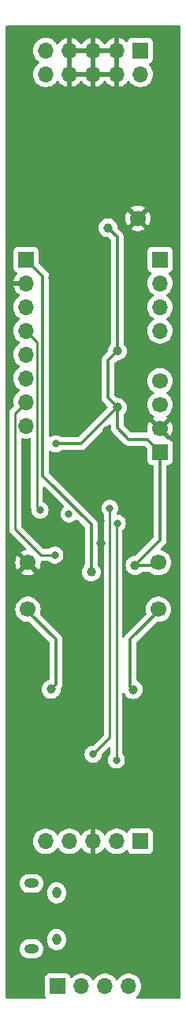
<source format=gbr>
%TF.GenerationSoftware,KiCad,Pcbnew,7.0.7*%
%TF.CreationDate,2023-08-21T16:40:19+01:00*%
%TF.ProjectId,QuadEnv_Components_2,51756164-456e-4765-9f43-6f6d706f6e65,rev?*%
%TF.SameCoordinates,Original*%
%TF.FileFunction,Copper,L2,Bot*%
%TF.FilePolarity,Positive*%
%FSLAX46Y46*%
G04 Gerber Fmt 4.6, Leading zero omitted, Abs format (unit mm)*
G04 Created by KiCad (PCBNEW 7.0.7) date 2023-08-21 16:40:19*
%MOMM*%
%LPD*%
G01*
G04 APERTURE LIST*
%TA.AperFunction,ComponentPad*%
%ADD10C,1.700000*%
%TD*%
%TA.AperFunction,ComponentPad*%
%ADD11R,1.700000X1.700000*%
%TD*%
%TA.AperFunction,ComponentPad*%
%ADD12O,1.700000X1.700000*%
%TD*%
%TA.AperFunction,ComponentPad*%
%ADD13O,0.950000X1.250000*%
%TD*%
%TA.AperFunction,ComponentPad*%
%ADD14O,1.550000X1.000000*%
%TD*%
%TA.AperFunction,ViaPad*%
%ADD15C,1.000000*%
%TD*%
%TA.AperFunction,ViaPad*%
%ADD16C,0.800000*%
%TD*%
%TA.AperFunction,Conductor*%
%ADD17C,0.350000*%
%TD*%
%TA.AperFunction,Conductor*%
%ADD18C,0.250000*%
%TD*%
G04 APERTURE END LIST*
D10*
%TO.P,TP5,1,1*%
%TO.N,GND*%
X52400000Y-107400000D03*
%TD*%
%TO.P,TP3,1,1*%
%TO.N,+12V*%
X52400000Y-112400000D03*
%TD*%
D11*
%TO.P,J6,1,Pin_1*%
%TO.N,/-12V_IN*%
X64480000Y-52660000D03*
D12*
%TO.P,J6,2,Pin_2*%
X64480000Y-55200000D03*
%TO.P,J6,3,Pin_3*%
%TO.N,GND*%
X61940000Y-52660000D03*
%TO.P,J6,4,Pin_4*%
X61940000Y-55200000D03*
%TO.P,J6,5,Pin_5*%
X59400000Y-52660000D03*
%TO.P,J6,6,Pin_6*%
X59400000Y-55200000D03*
%TO.P,J6,7,Pin_7*%
X56860000Y-52660000D03*
%TO.P,J6,8,Pin_8*%
X56860000Y-55200000D03*
%TO.P,J6,9,Pin_9*%
%TO.N,/+12V_IN*%
X54320000Y-52660000D03*
%TO.P,J6,10,Pin_10*%
X54320000Y-55200000D03*
%TD*%
D13*
%TO.P,J7,*%
%TO.N,*%
X55485000Y-142700000D03*
X55485000Y-147700000D03*
D14*
X52785000Y-148700000D03*
%TO.P,J7,6,Shield*%
%TO.N,unconnected-(J7-Shield-Pad6)*%
X52785000Y-141700000D03*
%TD*%
D11*
%TO.P,J5,1,Pin_1*%
%TO.N,+3.3V*%
X66600000Y-95610000D03*
D10*
%TO.P,J5,2,Pin_2*%
%TO.N,GND*%
X66600000Y-93070000D03*
%TO.P,J5,3,Pin_3*%
%TO.N,/SWIO*%
X66600000Y-90530000D03*
%TO.P,J5,4,Pin_4*%
%TO.N,/SWCLK*%
X66600000Y-87990000D03*
%TD*%
%TO.P,TP2,1,1*%
%TO.N,+3.3V*%
X66400000Y-107400000D03*
%TD*%
%TO.P,TP1,1,1*%
%TO.N,GND*%
X64200000Y-70600000D03*
%TD*%
%TO.P,TP4,1,1*%
%TO.N,-12V*%
X66400000Y-112400000D03*
%TD*%
D11*
%TO.P,J1,1,Pin_1*%
%TO.N,+3.3VA*%
X52200000Y-75000000D03*
D12*
%TO.P,J1,2,Pin_2*%
%TO.N,GND*%
X52200000Y-77540000D03*
%TO.P,J1,3,Pin_3*%
%TO.N,/Mode_Led*%
X52200000Y-80080000D03*
%TO.P,J1,4,Pin_4*%
%TO.N,/Mode_Btn*%
X52200000Y-82620000D03*
%TO.P,J1,5,Pin_5*%
%TO.N,/Attack_Pot*%
X52200000Y-85160000D03*
%TO.P,J1,6,Pin_6*%
%TO.N,/Decay_Pot*%
X52200000Y-87700000D03*
%TO.P,J1,7,Pin_7*%
%TO.N,/Sustain_Pot*%
X52200000Y-90240000D03*
%TO.P,J1,8,Pin_8*%
%TO.N,/Release_Pot*%
X52200000Y-92780000D03*
%TD*%
D11*
%TO.P,J4,1,Pin_1*%
%TO.N,/Led3_Out*%
X55600000Y-152700000D03*
D12*
%TO.P,J4,2,Pin_2*%
%TO.N,/Env3_Out*%
X58140000Y-152700000D03*
%TO.P,J4,3,Pin_3*%
%TO.N,/Led4_Out*%
X60680000Y-152700000D03*
%TO.P,J4,4,Pin_4*%
%TO.N,/Env4_Out*%
X63220000Y-152700000D03*
%TD*%
D11*
%TO.P,J2,1,Pin_1*%
%TO.N,/Gate1_In*%
X66600000Y-75000000D03*
D12*
%TO.P,J2,2,Pin_2*%
%TO.N,/Gate2_In*%
X66600000Y-77540000D03*
%TO.P,J2,3,Pin_3*%
%TO.N,/Gate3_In*%
X66600000Y-80080000D03*
%TO.P,J2,4,Pin_4*%
%TO.N,/Gate4_In*%
X66600000Y-82620000D03*
%TD*%
D11*
%TO.P,J3,1,Pin_1*%
%TO.N,/Led2_Out*%
X64480000Y-137200000D03*
D12*
%TO.P,J3,2,Pin_2*%
%TO.N,/Env2_Out*%
X61940000Y-137200000D03*
%TO.P,J3,3,Pin_3*%
%TO.N,GND*%
X59400000Y-137200000D03*
%TO.P,J3,4,Pin_4*%
%TO.N,/Led1_Out*%
X56860000Y-137200000D03*
%TO.P,J3,5,Pin_5*%
%TO.N,/Env1_Out*%
X54320000Y-137200000D03*
%TD*%
D15*
%TO.N,+3.3V*%
X63900000Y-107700000D03*
X62000000Y-84800000D03*
X62000000Y-90800000D03*
X61000000Y-71600000D03*
D16*
X55400000Y-94700000D03*
%TO.N,GND*%
X60200000Y-103000000D03*
X59400000Y-76600000D03*
X66000000Y-121070000D03*
X58600000Y-112400000D03*
X54000000Y-146500000D03*
D15*
X60200000Y-105325500D03*
D16*
X63600000Y-60400000D03*
X57200000Y-139400000D03*
X57600000Y-103200000D03*
X56800000Y-116800000D03*
X65200000Y-103000000D03*
X52800000Y-121070000D03*
X54800000Y-66400000D03*
X56400000Y-72000000D03*
X55000000Y-77000000D03*
X57100000Y-146600000D03*
X63400000Y-127200000D03*
X63445024Y-139545024D03*
D15*
X62000000Y-100000000D03*
D16*
X63500000Y-135000000D03*
X57200000Y-99800000D03*
X51300000Y-151100000D03*
X60800000Y-93200000D03*
X59600000Y-124000000D03*
X57600000Y-74400000D03*
X64750000Y-86650000D03*
X61600000Y-62400000D03*
X58000000Y-68600000D03*
X52800000Y-68800000D03*
X52800000Y-123070000D03*
X63700000Y-131200000D03*
X55600000Y-127400000D03*
X51300000Y-136100000D03*
X64000000Y-66400000D03*
X57836413Y-90287948D03*
X57299992Y-93500000D03*
X66900000Y-152400000D03*
X55400000Y-62200000D03*
X65000000Y-98000000D03*
X61200000Y-68800000D03*
D15*
%TO.N,+12V*%
X54887500Y-120957500D03*
%TO.N,-12V*%
X63700000Y-120970000D03*
D16*
%TO.N,/Mode_Btn*%
X53700000Y-101800000D03*
%TO.N,/Sustain_Pot*%
X55295343Y-106595343D03*
%TO.N,/USB_DM*%
X62000000Y-103200000D03*
X61900000Y-128500000D03*
%TO.N,/USB_DP*%
X59400000Y-127900000D03*
X61200000Y-101600000D03*
D15*
%TO.N,+3.3VA*%
X59200000Y-108400000D03*
D16*
%TO.N,unconnected-(U1-PG10-NRST-Pad7)*%
X56800000Y-102200000D03*
%TD*%
D17*
%TO.N,+3.3V*%
X62000000Y-84800000D02*
X61000000Y-85800000D01*
X63210000Y-94210000D02*
X65200000Y-94210000D01*
X62000000Y-90800000D02*
X62000000Y-93000000D01*
X66600000Y-105000000D02*
X63900000Y-107700000D01*
X58100000Y-94700000D02*
X55400000Y-94700000D01*
X66100000Y-107700000D02*
X66400000Y-107400000D01*
X65200000Y-94210000D02*
X66600000Y-95610000D01*
X62000000Y-90800000D02*
X58100000Y-94700000D01*
X61000000Y-85800000D02*
X61000000Y-89800000D01*
X61000000Y-71600000D02*
X62000000Y-72600000D01*
X62000000Y-93000000D02*
X63210000Y-94210000D01*
X66600000Y-95610000D02*
X66600000Y-105000000D01*
X63900000Y-107700000D02*
X66100000Y-107700000D01*
X62000000Y-72600000D02*
X62000000Y-84800000D01*
X61000000Y-89800000D02*
X62000000Y-90800000D01*
%TO.N,+12V*%
X54887500Y-120957500D02*
X55400000Y-120445000D01*
X55400000Y-115600000D02*
X52400000Y-112600000D01*
X52400000Y-112600000D02*
X52400000Y-112400000D01*
X55400000Y-120445000D02*
X55400000Y-115600000D01*
%TO.N,-12V*%
X66400000Y-112400000D02*
X66400000Y-112600000D01*
X63400000Y-115600000D02*
X63400000Y-120670000D01*
X66400000Y-112600000D02*
X63400000Y-115600000D01*
X63400000Y-120670000D02*
X63700000Y-120970000D01*
D18*
%TO.N,/Mode_Btn*%
X53375000Y-83795000D02*
X52200000Y-82620000D01*
X53700000Y-101800000D02*
X53375000Y-101475000D01*
X53375000Y-101475000D02*
X53375000Y-83795000D01*
%TO.N,/Sustain_Pot*%
X52200000Y-90240000D02*
X51025000Y-91415000D01*
X51025000Y-91415000D02*
X51025000Y-103825000D01*
X51025000Y-103825000D02*
X53795343Y-106595343D01*
X53795343Y-106595343D02*
X55295343Y-106595343D01*
%TO.N,/USB_DM*%
X61900000Y-127600000D02*
X61900000Y-103300000D01*
X61900000Y-128500000D02*
X61900000Y-127600000D01*
X61900000Y-103300000D02*
X62000000Y-103200000D01*
%TO.N,/USB_DP*%
X61200000Y-101600000D02*
X61200000Y-126100000D01*
X61200000Y-126100000D02*
X59400000Y-127900000D01*
D17*
%TO.N,+3.3VA*%
X54000000Y-98104691D02*
X54000000Y-76800000D01*
X54000000Y-76800000D02*
X52200000Y-75000000D01*
X59200000Y-103304691D02*
X54000000Y-98104691D01*
X59200000Y-108400000D02*
X59200000Y-103304691D01*
D18*
%TO.N,unconnected-(U1-PG10-NRST-Pad7)*%
X56600000Y-102000000D02*
X56800000Y-102200000D01*
%TD*%
%TA.AperFunction,Conductor*%
%TO.N,GND*%
G36*
X58853277Y-54966002D02*
G01*
X58899770Y-55019658D01*
X58909874Y-55089932D01*
X58906053Y-55107496D01*
X58900000Y-55128111D01*
X58900000Y-55271888D01*
X58906053Y-55292504D01*
X58906052Y-55363500D01*
X58867667Y-55423226D01*
X58803086Y-55452718D01*
X58785156Y-55454000D01*
X57474844Y-55454000D01*
X57406723Y-55433998D01*
X57360230Y-55380342D01*
X57350126Y-55310068D01*
X57353947Y-55292504D01*
X57360000Y-55271888D01*
X57360000Y-55128111D01*
X57353947Y-55107496D01*
X57353948Y-55036500D01*
X57392333Y-54976774D01*
X57456914Y-54947282D01*
X57474844Y-54946000D01*
X58785156Y-54946000D01*
X58853277Y-54966002D01*
G37*
%TD.AperFunction*%
%TA.AperFunction,Conductor*%
G36*
X61393277Y-54966002D02*
G01*
X61439770Y-55019658D01*
X61449874Y-55089932D01*
X61446053Y-55107496D01*
X61440000Y-55128111D01*
X61440000Y-55271888D01*
X61446053Y-55292504D01*
X61446052Y-55363500D01*
X61407667Y-55423226D01*
X61343086Y-55452718D01*
X61325156Y-55454000D01*
X60014844Y-55454000D01*
X59946723Y-55433998D01*
X59900230Y-55380342D01*
X59890126Y-55310068D01*
X59893947Y-55292504D01*
X59900000Y-55271888D01*
X59900000Y-55128111D01*
X59893947Y-55107496D01*
X59893948Y-55036500D01*
X59932333Y-54976774D01*
X59996914Y-54947282D01*
X60014844Y-54946000D01*
X61325156Y-54946000D01*
X61393277Y-54966002D01*
G37*
%TD.AperFunction*%
%TA.AperFunction,Conductor*%
G36*
X56824237Y-53160000D02*
G01*
X56895763Y-53160000D01*
X56970068Y-53149316D01*
X57040340Y-53159419D01*
X57093996Y-53205911D01*
X57113999Y-53274031D01*
X57113999Y-53274033D01*
X57114000Y-53802000D01*
X57114000Y-54585966D01*
X57093998Y-54654087D01*
X57040342Y-54700580D01*
X56970069Y-54710683D01*
X56970068Y-54710683D01*
X56895768Y-54700000D01*
X56895763Y-54700000D01*
X56824237Y-54700000D01*
X56824231Y-54700000D01*
X56749932Y-54710683D01*
X56679658Y-54700580D01*
X56626002Y-54654087D01*
X56606000Y-54585966D01*
X56606000Y-54058000D01*
X56605999Y-53274033D01*
X56626001Y-53205912D01*
X56679657Y-53159419D01*
X56749926Y-53149315D01*
X56824237Y-53160000D01*
G37*
%TD.AperFunction*%
%TA.AperFunction,Conductor*%
G36*
X59364237Y-53160000D02*
G01*
X59435763Y-53160000D01*
X59510069Y-53149316D01*
X59580341Y-53159419D01*
X59633997Y-53205911D01*
X59654000Y-53274031D01*
X59654000Y-53802000D01*
X59653999Y-54585966D01*
X59633997Y-54654087D01*
X59580341Y-54700580D01*
X59510067Y-54710683D01*
X59435768Y-54700000D01*
X59435763Y-54700000D01*
X59364237Y-54700000D01*
X59289929Y-54710683D01*
X59219657Y-54700580D01*
X59166001Y-54654087D01*
X59145999Y-54585966D01*
X59146000Y-54058000D01*
X59146000Y-53274033D01*
X59166002Y-53205912D01*
X59219658Y-53159419D01*
X59289926Y-53149315D01*
X59364237Y-53160000D01*
G37*
%TD.AperFunction*%
%TA.AperFunction,Conductor*%
G36*
X61904237Y-53160000D02*
G01*
X61975763Y-53160000D01*
X62050069Y-53149316D01*
X62120341Y-53159419D01*
X62173997Y-53205911D01*
X62194000Y-53274031D01*
X62194000Y-54585966D01*
X62173998Y-54654087D01*
X62120342Y-54700580D01*
X62050069Y-54710683D01*
X62050068Y-54710683D01*
X61975768Y-54700000D01*
X61975763Y-54700000D01*
X61904237Y-54700000D01*
X61829929Y-54710683D01*
X61759657Y-54700580D01*
X61706001Y-54654087D01*
X61685999Y-54585966D01*
X61686000Y-54058000D01*
X61686000Y-53274033D01*
X61706002Y-53205912D01*
X61759658Y-53159419D01*
X61829926Y-53149315D01*
X61904237Y-53160000D01*
G37*
%TD.AperFunction*%
%TA.AperFunction,Conductor*%
G36*
X58853277Y-52426002D02*
G01*
X58899770Y-52479658D01*
X58909874Y-52549932D01*
X58906053Y-52567496D01*
X58900000Y-52588111D01*
X58900000Y-52731888D01*
X58906053Y-52752504D01*
X58906052Y-52823500D01*
X58867667Y-52883226D01*
X58803086Y-52912718D01*
X58785156Y-52914000D01*
X57474844Y-52914000D01*
X57406723Y-52893998D01*
X57360230Y-52840342D01*
X57350126Y-52770068D01*
X57353947Y-52752504D01*
X57360000Y-52731888D01*
X57360000Y-52588111D01*
X57353947Y-52567496D01*
X57353948Y-52496500D01*
X57392333Y-52436774D01*
X57456914Y-52407282D01*
X57474844Y-52406000D01*
X58785156Y-52406000D01*
X58853277Y-52426002D01*
G37*
%TD.AperFunction*%
%TA.AperFunction,Conductor*%
G36*
X61393277Y-52426002D02*
G01*
X61439770Y-52479658D01*
X61449874Y-52549932D01*
X61446053Y-52567496D01*
X61440000Y-52588111D01*
X61440000Y-52731888D01*
X61446053Y-52752504D01*
X61446052Y-52823500D01*
X61407667Y-52883226D01*
X61343086Y-52912718D01*
X61325156Y-52914000D01*
X60014844Y-52914000D01*
X59946723Y-52893998D01*
X59900230Y-52840342D01*
X59890126Y-52770068D01*
X59893947Y-52752504D01*
X59900000Y-52731888D01*
X59900000Y-52588111D01*
X59893947Y-52567496D01*
X59893948Y-52496500D01*
X59932333Y-52436774D01*
X59996914Y-52407282D01*
X60014844Y-52406000D01*
X61325156Y-52406000D01*
X61393277Y-52426002D01*
G37*
%TD.AperFunction*%
%TA.AperFunction,Conductor*%
G36*
X68741621Y-50020502D02*
G01*
X68788114Y-50074158D01*
X68799500Y-50126500D01*
X68799500Y-153873500D01*
X68779498Y-153941621D01*
X68725842Y-153988114D01*
X68673500Y-153999500D01*
X64129203Y-153999500D01*
X64061082Y-153979498D01*
X64014589Y-153925842D01*
X64004485Y-153855568D01*
X64033979Y-153790988D01*
X64051812Y-153774069D01*
X64143234Y-153702911D01*
X64143235Y-153702909D01*
X64143240Y-153702906D01*
X64295722Y-153537268D01*
X64418860Y-153348791D01*
X64509296Y-153142616D01*
X64564564Y-152924368D01*
X64583156Y-152700000D01*
X64564564Y-152475632D01*
X64509296Y-152257384D01*
X64418860Y-152051209D01*
X64401500Y-152024637D01*
X64295724Y-151862734D01*
X64295720Y-151862729D01*
X64143237Y-151697091D01*
X64023367Y-151603792D01*
X63965576Y-151558811D01*
X63767574Y-151451658D01*
X63767572Y-151451657D01*
X63767571Y-151451656D01*
X63554639Y-151378557D01*
X63554630Y-151378555D01*
X63510476Y-151371187D01*
X63332569Y-151341500D01*
X63107431Y-151341500D01*
X62959211Y-151366233D01*
X62885369Y-151378555D01*
X62885360Y-151378557D01*
X62672428Y-151451656D01*
X62672426Y-151451658D01*
X62474426Y-151558810D01*
X62474424Y-151558811D01*
X62296762Y-151697091D01*
X62144279Y-151862729D01*
X62055483Y-151998643D01*
X62001479Y-152044731D01*
X61931131Y-152054306D01*
X61866774Y-152024329D01*
X61844517Y-151998643D01*
X61755720Y-151862729D01*
X61603237Y-151697091D01*
X61483367Y-151603792D01*
X61425576Y-151558811D01*
X61227574Y-151451658D01*
X61227572Y-151451657D01*
X61227571Y-151451656D01*
X61014639Y-151378557D01*
X61014630Y-151378555D01*
X60970476Y-151371187D01*
X60792569Y-151341500D01*
X60567431Y-151341500D01*
X60419211Y-151366233D01*
X60345369Y-151378555D01*
X60345360Y-151378557D01*
X60132428Y-151451656D01*
X60132426Y-151451658D01*
X59934426Y-151558810D01*
X59934424Y-151558811D01*
X59756762Y-151697091D01*
X59604279Y-151862729D01*
X59515483Y-151998643D01*
X59461479Y-152044731D01*
X59391131Y-152054306D01*
X59326774Y-152024329D01*
X59304517Y-151998643D01*
X59215720Y-151862729D01*
X59063237Y-151697091D01*
X58943367Y-151603792D01*
X58885576Y-151558811D01*
X58687574Y-151451658D01*
X58687572Y-151451657D01*
X58687571Y-151451656D01*
X58474639Y-151378557D01*
X58474630Y-151378555D01*
X58430476Y-151371187D01*
X58252569Y-151341500D01*
X58027431Y-151341500D01*
X57879211Y-151366233D01*
X57805369Y-151378555D01*
X57805360Y-151378557D01*
X57592428Y-151451656D01*
X57592426Y-151451658D01*
X57394426Y-151558810D01*
X57394424Y-151558811D01*
X57216762Y-151697091D01*
X57155754Y-151763363D01*
X57094901Y-151799933D01*
X57023936Y-151797798D01*
X56965391Y-151757636D01*
X56944999Y-151722057D01*
X56900889Y-151603797D01*
X56900887Y-151603792D01*
X56813261Y-151486738D01*
X56696207Y-151399112D01*
X56696202Y-151399110D01*
X56559204Y-151348011D01*
X56559196Y-151348009D01*
X56498649Y-151341500D01*
X56498638Y-151341500D01*
X54701362Y-151341500D01*
X54701350Y-151341500D01*
X54640803Y-151348009D01*
X54640795Y-151348011D01*
X54503797Y-151399110D01*
X54503792Y-151399112D01*
X54386738Y-151486738D01*
X54299112Y-151603792D01*
X54299110Y-151603797D01*
X54248011Y-151740795D01*
X54248009Y-151740803D01*
X54241500Y-151801350D01*
X54241500Y-153598649D01*
X54248009Y-153659196D01*
X54248011Y-153659204D01*
X54299110Y-153796202D01*
X54300449Y-153797991D01*
X54301229Y-153800084D01*
X54303432Y-153804118D01*
X54302852Y-153804434D01*
X54325259Y-153864512D01*
X54310167Y-153933886D01*
X54259965Y-153984088D01*
X54199580Y-153999500D01*
X50126500Y-153999500D01*
X50058379Y-153979498D01*
X50011886Y-153925842D01*
X50000500Y-153873500D01*
X50000500Y-148700003D01*
X51496620Y-148700003D01*
X51516090Y-148897694D01*
X51516091Y-148897700D01*
X51516092Y-148897701D01*
X51573759Y-149087804D01*
X51667405Y-149263004D01*
X51793432Y-149416568D01*
X51946996Y-149542595D01*
X52122196Y-149636241D01*
X52312299Y-149693908D01*
X52312303Y-149693908D01*
X52312305Y-149693909D01*
X52396513Y-149702202D01*
X52460453Y-149708500D01*
X52460462Y-149708500D01*
X53109538Y-149708500D01*
X53109547Y-149708500D01*
X53193761Y-149700205D01*
X53257694Y-149693909D01*
X53257695Y-149693908D01*
X53257701Y-149693908D01*
X53447804Y-149636241D01*
X53623004Y-149542595D01*
X53776568Y-149416568D01*
X53902595Y-149263004D01*
X53996241Y-149087804D01*
X54053908Y-148897701D01*
X54069683Y-148737544D01*
X54073380Y-148700003D01*
X54073380Y-148699996D01*
X54053909Y-148502305D01*
X54053908Y-148502303D01*
X54053908Y-148502299D01*
X53996241Y-148312196D01*
X53902595Y-148136996D01*
X53776568Y-147983432D01*
X53674755Y-147899876D01*
X54501500Y-147899876D01*
X54501501Y-147899895D01*
X54516663Y-148048993D01*
X54516664Y-148048998D01*
X54547081Y-148145945D01*
X54576543Y-148239847D01*
X54673617Y-148414743D01*
X54803133Y-148565608D01*
X54803907Y-148566510D01*
X54962081Y-148688946D01*
X55141664Y-148777036D01*
X55335303Y-148827172D01*
X55501775Y-148835614D01*
X55535069Y-148837303D01*
X55535069Y-148837302D01*
X55535070Y-148837303D01*
X55732788Y-148807014D01*
X55920361Y-148737544D01*
X56090111Y-148631739D01*
X56235087Y-148493929D01*
X56349355Y-148329756D01*
X56428235Y-148145942D01*
X56468500Y-147950012D01*
X56468500Y-147500123D01*
X56453336Y-147351002D01*
X56393456Y-147160151D01*
X56296384Y-146985260D01*
X56296382Y-146985256D01*
X56166098Y-146833496D01*
X56166093Y-146833490D01*
X56007919Y-146711054D01*
X56007915Y-146711052D01*
X56007914Y-146711051D01*
X55828338Y-146622965D01*
X55828336Y-146622964D01*
X55634697Y-146572828D01*
X55634694Y-146572827D01*
X55634691Y-146572827D01*
X55434930Y-146562696D01*
X55237214Y-146592985D01*
X55237212Y-146592986D01*
X55049639Y-146662456D01*
X54879889Y-146768260D01*
X54879889Y-146768261D01*
X54734909Y-146906075D01*
X54620644Y-147070243D01*
X54541766Y-147254054D01*
X54501500Y-147449986D01*
X54501500Y-147899876D01*
X53674755Y-147899876D01*
X53623004Y-147857405D01*
X53447804Y-147763759D01*
X53257701Y-147706092D01*
X53257700Y-147706091D01*
X53257694Y-147706090D01*
X53109553Y-147691500D01*
X53109547Y-147691500D01*
X52460453Y-147691500D01*
X52460446Y-147691500D01*
X52312305Y-147706090D01*
X52122195Y-147763759D01*
X51946995Y-147857405D01*
X51793432Y-147983432D01*
X51667405Y-148136995D01*
X51573759Y-148312195D01*
X51516090Y-148502305D01*
X51496620Y-148699996D01*
X51496620Y-148700003D01*
X50000500Y-148700003D01*
X50000500Y-142899876D01*
X54501500Y-142899876D01*
X54501501Y-142899895D01*
X54506598Y-142950013D01*
X54516664Y-143048998D01*
X54547081Y-143145945D01*
X54576543Y-143239847D01*
X54673617Y-143414743D01*
X54803133Y-143565608D01*
X54803907Y-143566510D01*
X54962081Y-143688946D01*
X55141664Y-143777036D01*
X55335303Y-143827172D01*
X55501775Y-143835614D01*
X55535069Y-143837303D01*
X55535069Y-143837302D01*
X55535070Y-143837303D01*
X55732788Y-143807014D01*
X55920361Y-143737544D01*
X56090111Y-143631739D01*
X56235087Y-143493929D01*
X56349355Y-143329756D01*
X56428235Y-143145942D01*
X56468500Y-142950012D01*
X56468500Y-142500123D01*
X56453336Y-142351002D01*
X56393456Y-142160151D01*
X56296384Y-141985260D01*
X56296382Y-141985256D01*
X56166098Y-141833496D01*
X56166093Y-141833490D01*
X56007919Y-141711054D01*
X56007915Y-141711052D01*
X56007914Y-141711051D01*
X55828338Y-141622965D01*
X55828336Y-141622964D01*
X55634697Y-141572828D01*
X55634694Y-141572827D01*
X55634691Y-141572827D01*
X55434930Y-141562696D01*
X55237214Y-141592985D01*
X55237212Y-141592986D01*
X55049639Y-141662456D01*
X54879889Y-141768261D01*
X54734909Y-141906075D01*
X54620644Y-142070243D01*
X54541766Y-142254054D01*
X54501500Y-142449986D01*
X54501500Y-142899876D01*
X50000500Y-142899876D01*
X50000500Y-141700003D01*
X51496620Y-141700003D01*
X51516090Y-141897694D01*
X51516091Y-141897700D01*
X51516092Y-141897701D01*
X51573759Y-142087804D01*
X51667405Y-142263004D01*
X51793432Y-142416568D01*
X51946996Y-142542595D01*
X52122196Y-142636241D01*
X52312299Y-142693908D01*
X52312303Y-142693908D01*
X52312305Y-142693909D01*
X52396513Y-142702202D01*
X52460453Y-142708500D01*
X52460462Y-142708500D01*
X53109538Y-142708500D01*
X53109547Y-142708500D01*
X53193761Y-142700205D01*
X53257694Y-142693909D01*
X53257695Y-142693908D01*
X53257701Y-142693908D01*
X53447804Y-142636241D01*
X53623004Y-142542595D01*
X53776568Y-142416568D01*
X53902595Y-142263004D01*
X53996241Y-142087804D01*
X54053908Y-141897701D01*
X54060233Y-141833490D01*
X54073380Y-141700003D01*
X54073380Y-141699996D01*
X54053909Y-141502305D01*
X54053908Y-141502303D01*
X54053908Y-141502299D01*
X53996241Y-141312196D01*
X53902595Y-141136996D01*
X53776568Y-140983432D01*
X53623004Y-140857405D01*
X53447804Y-140763759D01*
X53257701Y-140706092D01*
X53257700Y-140706091D01*
X53257694Y-140706090D01*
X53109553Y-140691500D01*
X53109547Y-140691500D01*
X52460453Y-140691500D01*
X52460446Y-140691500D01*
X52312305Y-140706090D01*
X52122195Y-140763759D01*
X51946995Y-140857405D01*
X51793432Y-140983432D01*
X51667405Y-141136995D01*
X51573759Y-141312195D01*
X51516090Y-141502305D01*
X51496620Y-141699996D01*
X51496620Y-141700003D01*
X50000500Y-141700003D01*
X50000500Y-137200000D01*
X52956844Y-137200000D01*
X52974232Y-137409844D01*
X52975437Y-137424375D01*
X53030702Y-137642612D01*
X53030703Y-137642613D01*
X53030704Y-137642616D01*
X53105893Y-137814031D01*
X53121141Y-137848793D01*
X53244275Y-138037265D01*
X53244279Y-138037270D01*
X53396762Y-138202908D01*
X53451331Y-138245381D01*
X53574424Y-138341189D01*
X53772426Y-138448342D01*
X53772427Y-138448342D01*
X53772428Y-138448343D01*
X53884227Y-138486723D01*
X53985365Y-138521444D01*
X54207431Y-138558500D01*
X54207435Y-138558500D01*
X54432565Y-138558500D01*
X54432569Y-138558500D01*
X54654635Y-138521444D01*
X54867574Y-138448342D01*
X55065576Y-138341189D01*
X55243240Y-138202906D01*
X55395722Y-138037268D01*
X55395927Y-138036955D01*
X55401115Y-138029012D01*
X55484518Y-137901354D01*
X55538520Y-137855268D01*
X55608868Y-137845692D01*
X55673225Y-137875669D01*
X55695480Y-137901353D01*
X55728607Y-137952058D01*
X55784275Y-138037265D01*
X55784279Y-138037270D01*
X55936762Y-138202908D01*
X55991331Y-138245381D01*
X56114424Y-138341189D01*
X56312426Y-138448342D01*
X56312427Y-138448342D01*
X56312428Y-138448343D01*
X56424227Y-138486723D01*
X56525365Y-138521444D01*
X56747431Y-138558500D01*
X56747435Y-138558500D01*
X56972565Y-138558500D01*
X56972569Y-138558500D01*
X57194635Y-138521444D01*
X57407574Y-138448342D01*
X57605576Y-138341189D01*
X57783240Y-138202906D01*
X57935722Y-138037268D01*
X57935927Y-138036955D01*
X57951122Y-138013695D01*
X58024816Y-137900898D01*
X58078819Y-137854810D01*
X58149167Y-137845235D01*
X58213524Y-137875212D01*
X58235782Y-137900898D01*
X58324674Y-138036958D01*
X58477097Y-138202534D01*
X58654698Y-138340767D01*
X58654699Y-138340768D01*
X58852628Y-138447882D01*
X58852630Y-138447883D01*
X59065483Y-138520955D01*
X59065492Y-138520957D01*
X59146000Y-138534391D01*
X59146000Y-137814033D01*
X59166002Y-137745912D01*
X59219658Y-137699419D01*
X59289926Y-137689315D01*
X59364237Y-137700000D01*
X59435763Y-137700000D01*
X59510069Y-137689316D01*
X59580341Y-137699419D01*
X59633997Y-137745911D01*
X59654000Y-137814031D01*
X59654000Y-138534390D01*
X59734507Y-138520957D01*
X59734516Y-138520955D01*
X59947369Y-138447883D01*
X59947371Y-138447882D01*
X60145300Y-138340768D01*
X60145301Y-138340767D01*
X60322902Y-138202534D01*
X60475327Y-138036955D01*
X60564217Y-137900899D01*
X60618220Y-137854810D01*
X60688568Y-137845235D01*
X60752925Y-137875212D01*
X60775183Y-137900898D01*
X60864279Y-138037270D01*
X61016762Y-138202908D01*
X61071331Y-138245381D01*
X61194424Y-138341189D01*
X61392426Y-138448342D01*
X61392427Y-138448342D01*
X61392428Y-138448343D01*
X61504227Y-138486723D01*
X61605365Y-138521444D01*
X61827431Y-138558500D01*
X61827435Y-138558500D01*
X62052565Y-138558500D01*
X62052569Y-138558500D01*
X62274635Y-138521444D01*
X62487574Y-138448342D01*
X62685576Y-138341189D01*
X62863240Y-138202906D01*
X62924245Y-138136637D01*
X62985096Y-138100067D01*
X63056061Y-138102200D01*
X63114606Y-138142362D01*
X63135000Y-138177941D01*
X63179111Y-138296204D01*
X63179112Y-138296207D01*
X63266738Y-138413261D01*
X63383792Y-138500887D01*
X63383794Y-138500888D01*
X63383796Y-138500889D01*
X63437600Y-138520957D01*
X63520795Y-138551988D01*
X63520803Y-138551990D01*
X63581350Y-138558499D01*
X63581355Y-138558499D01*
X63581362Y-138558500D01*
X63581368Y-138558500D01*
X65378632Y-138558500D01*
X65378638Y-138558500D01*
X65378645Y-138558499D01*
X65378649Y-138558499D01*
X65439196Y-138551990D01*
X65439199Y-138551989D01*
X65439201Y-138551989D01*
X65576204Y-138500889D01*
X65646399Y-138448342D01*
X65693261Y-138413261D01*
X65780887Y-138296207D01*
X65780887Y-138296206D01*
X65780889Y-138296204D01*
X65831989Y-138159201D01*
X65833800Y-138142362D01*
X65838499Y-138098649D01*
X65838500Y-138098632D01*
X65838500Y-136301367D01*
X65838499Y-136301350D01*
X65831990Y-136240803D01*
X65831988Y-136240795D01*
X65780889Y-136103797D01*
X65780887Y-136103792D01*
X65693261Y-135986738D01*
X65576207Y-135899112D01*
X65576202Y-135899110D01*
X65439204Y-135848011D01*
X65439196Y-135848009D01*
X65378649Y-135841500D01*
X65378638Y-135841500D01*
X63581362Y-135841500D01*
X63581350Y-135841500D01*
X63520803Y-135848009D01*
X63520795Y-135848011D01*
X63383797Y-135899110D01*
X63383792Y-135899112D01*
X63266738Y-135986738D01*
X63179112Y-136103792D01*
X63179111Y-136103795D01*
X63135000Y-136222058D01*
X63092453Y-136278893D01*
X63025932Y-136303703D01*
X62956558Y-136288611D01*
X62924246Y-136263363D01*
X62863240Y-136197094D01*
X62863239Y-136197093D01*
X62863237Y-136197091D01*
X62743372Y-136103796D01*
X62685576Y-136058811D01*
X62487574Y-135951658D01*
X62487572Y-135951657D01*
X62487571Y-135951656D01*
X62274639Y-135878557D01*
X62274630Y-135878555D01*
X62197029Y-135865606D01*
X62052569Y-135841500D01*
X61827431Y-135841500D01*
X61682971Y-135865606D01*
X61605369Y-135878555D01*
X61605360Y-135878557D01*
X61392428Y-135951656D01*
X61392426Y-135951658D01*
X61194426Y-136058810D01*
X61194424Y-136058811D01*
X61016762Y-136197091D01*
X60864279Y-136362729D01*
X60775183Y-136499101D01*
X60721179Y-136545189D01*
X60650831Y-136554764D01*
X60586474Y-136524786D01*
X60564217Y-136499100D01*
X60475327Y-136363044D01*
X60322902Y-136197465D01*
X60145301Y-136059232D01*
X60145300Y-136059231D01*
X59947371Y-135952117D01*
X59947369Y-135952116D01*
X59734512Y-135879043D01*
X59734501Y-135879040D01*
X59653999Y-135865606D01*
X59654000Y-136585966D01*
X59633998Y-136654087D01*
X59580342Y-136700580D01*
X59510069Y-136710683D01*
X59510068Y-136710683D01*
X59435768Y-136700000D01*
X59435763Y-136700000D01*
X59364237Y-136700000D01*
X59364231Y-136700000D01*
X59289932Y-136710683D01*
X59219658Y-136700580D01*
X59166002Y-136654087D01*
X59146000Y-136585966D01*
X59146000Y-135865607D01*
X59145999Y-135865606D01*
X59065498Y-135879040D01*
X59065487Y-135879043D01*
X58852630Y-135952116D01*
X58852628Y-135952117D01*
X58654699Y-136059231D01*
X58654698Y-136059232D01*
X58477097Y-136197465D01*
X58324670Y-136363045D01*
X58235780Y-136499101D01*
X58181776Y-136545189D01*
X58111428Y-136554764D01*
X58047071Y-136524786D01*
X58024816Y-136499101D01*
X57985884Y-136439511D01*
X57935724Y-136362734D01*
X57935720Y-136362729D01*
X57806221Y-136222058D01*
X57783240Y-136197094D01*
X57783239Y-136197093D01*
X57783237Y-136197091D01*
X57663372Y-136103796D01*
X57605576Y-136058811D01*
X57407574Y-135951658D01*
X57407572Y-135951657D01*
X57407571Y-135951656D01*
X57194639Y-135878557D01*
X57194630Y-135878555D01*
X57117029Y-135865606D01*
X56972569Y-135841500D01*
X56747431Y-135841500D01*
X56602971Y-135865606D01*
X56525369Y-135878555D01*
X56525360Y-135878557D01*
X56312428Y-135951656D01*
X56312426Y-135951658D01*
X56114426Y-136058810D01*
X56114424Y-136058811D01*
X55936762Y-136197091D01*
X55784279Y-136362729D01*
X55695483Y-136498643D01*
X55641479Y-136544731D01*
X55571131Y-136554306D01*
X55506774Y-136524329D01*
X55484517Y-136498643D01*
X55395720Y-136362729D01*
X55266221Y-136222058D01*
X55243240Y-136197094D01*
X55243239Y-136197093D01*
X55243237Y-136197091D01*
X55123372Y-136103796D01*
X55065576Y-136058811D01*
X54867574Y-135951658D01*
X54867572Y-135951657D01*
X54867571Y-135951656D01*
X54654639Y-135878557D01*
X54654630Y-135878555D01*
X54577029Y-135865606D01*
X54432569Y-135841500D01*
X54207431Y-135841500D01*
X54062971Y-135865606D01*
X53985369Y-135878555D01*
X53985360Y-135878557D01*
X53772428Y-135951656D01*
X53772426Y-135951658D01*
X53574426Y-136058810D01*
X53574424Y-136058811D01*
X53396762Y-136197091D01*
X53244279Y-136362729D01*
X53244275Y-136362734D01*
X53121141Y-136551206D01*
X53030703Y-136757386D01*
X53030702Y-136757387D01*
X52975437Y-136975624D01*
X52975436Y-136975630D01*
X52975436Y-136975632D01*
X52956844Y-137200000D01*
X50000500Y-137200000D01*
X50000500Y-127900000D01*
X58486496Y-127900000D01*
X58506457Y-128089927D01*
X58518973Y-128128445D01*
X58565473Y-128271556D01*
X58565476Y-128271561D01*
X58660958Y-128436941D01*
X58660965Y-128436951D01*
X58788744Y-128578864D01*
X58788747Y-128578866D01*
X58943248Y-128691118D01*
X59117712Y-128768794D01*
X59304513Y-128808500D01*
X59495487Y-128808500D01*
X59682288Y-128768794D01*
X59856752Y-128691118D01*
X60011253Y-128578866D01*
X60139040Y-128436944D01*
X60234527Y-128271556D01*
X60293542Y-128089928D01*
X60310907Y-127924704D01*
X60337920Y-127859049D01*
X60347113Y-127848789D01*
X61051406Y-127144497D01*
X61113717Y-127110473D01*
X61184533Y-127115538D01*
X61241368Y-127158085D01*
X61266179Y-127224605D01*
X61266500Y-127233594D01*
X61266500Y-127797474D01*
X61246498Y-127865595D01*
X61234137Y-127881784D01*
X61160957Y-127963059D01*
X61065476Y-128128438D01*
X61065473Y-128128445D01*
X61006457Y-128310072D01*
X60986496Y-128500000D01*
X61006457Y-128689927D01*
X61032083Y-128768793D01*
X61065473Y-128871556D01*
X61065476Y-128871561D01*
X61160958Y-129036941D01*
X61160965Y-129036951D01*
X61288744Y-129178864D01*
X61288747Y-129178866D01*
X61443248Y-129291118D01*
X61617712Y-129368794D01*
X61804513Y-129408500D01*
X61995487Y-129408500D01*
X62182288Y-129368794D01*
X62356752Y-129291118D01*
X62511253Y-129178866D01*
X62639040Y-129036944D01*
X62734527Y-128871556D01*
X62793542Y-128689928D01*
X62813504Y-128500000D01*
X62793542Y-128310072D01*
X62734527Y-128128444D01*
X62639040Y-127963056D01*
X62565863Y-127881784D01*
X62535146Y-127817776D01*
X62533500Y-127797474D01*
X62533500Y-121430039D01*
X62553502Y-121361918D01*
X62607158Y-121315425D01*
X62677432Y-121305321D01*
X62742012Y-121334815D01*
X62770620Y-121370641D01*
X62857405Y-121533004D01*
X62983432Y-121686568D01*
X63136996Y-121812595D01*
X63312196Y-121906241D01*
X63502299Y-121963908D01*
X63502303Y-121963908D01*
X63502305Y-121963909D01*
X63699997Y-121983380D01*
X63700000Y-121983380D01*
X63700003Y-121983380D01*
X63897694Y-121963909D01*
X63897695Y-121963908D01*
X63897701Y-121963908D01*
X64087804Y-121906241D01*
X64263004Y-121812595D01*
X64416568Y-121686568D01*
X64542595Y-121533004D01*
X64636241Y-121357804D01*
X64693908Y-121167701D01*
X64713380Y-120970000D01*
X64713380Y-120969996D01*
X64693909Y-120772305D01*
X64693908Y-120772303D01*
X64693908Y-120772299D01*
X64636241Y-120582196D01*
X64542595Y-120406996D01*
X64416568Y-120253432D01*
X64330369Y-120182690D01*
X64263006Y-120127406D01*
X64150103Y-120067058D01*
X64099455Y-120017305D01*
X64083500Y-119955936D01*
X64083500Y-115935303D01*
X64103502Y-115867182D01*
X64120400Y-115846213D01*
X66173597Y-113793016D01*
X66235907Y-113758992D01*
X66283434Y-113757833D01*
X66287431Y-113758500D01*
X66512565Y-113758500D01*
X66512569Y-113758500D01*
X66734635Y-113721444D01*
X66947574Y-113648342D01*
X67145576Y-113541189D01*
X67323240Y-113402906D01*
X67475722Y-113237268D01*
X67598860Y-113048791D01*
X67689296Y-112842616D01*
X67744564Y-112624368D01*
X67763156Y-112400000D01*
X67744564Y-112175632D01*
X67689296Y-111957384D01*
X67598860Y-111751209D01*
X67592140Y-111740924D01*
X67475724Y-111562734D01*
X67475720Y-111562729D01*
X67323237Y-111397091D01*
X67241382Y-111333381D01*
X67145576Y-111258811D01*
X66947574Y-111151658D01*
X66947572Y-111151657D01*
X66947571Y-111151656D01*
X66734639Y-111078557D01*
X66734630Y-111078555D01*
X66690476Y-111071187D01*
X66512569Y-111041500D01*
X66287431Y-111041500D01*
X66139211Y-111066233D01*
X66065369Y-111078555D01*
X66065360Y-111078557D01*
X65852428Y-111151656D01*
X65852426Y-111151658D01*
X65654426Y-111258810D01*
X65654424Y-111258811D01*
X65476762Y-111397091D01*
X65324279Y-111562729D01*
X65324275Y-111562734D01*
X65201141Y-111751206D01*
X65110703Y-111957386D01*
X65110702Y-111957387D01*
X65055437Y-112175624D01*
X65036844Y-112400000D01*
X65055437Y-112624375D01*
X65109306Y-112837100D01*
X65106639Y-112908047D01*
X65076257Y-112957126D01*
X62932650Y-115100734D01*
X62929879Y-115103342D01*
X62884636Y-115143425D01*
X62850304Y-115193162D01*
X62848050Y-115196226D01*
X62810774Y-115243807D01*
X62806903Y-115252408D01*
X62795710Y-115272255D01*
X62790348Y-115280024D01*
X62777312Y-115314397D01*
X62734453Y-115370997D01*
X62667797Y-115395442D01*
X62598507Y-115379969D01*
X62548582Y-115329491D01*
X62533500Y-115269715D01*
X62533500Y-103999557D01*
X62553502Y-103931436D01*
X62585439Y-103897621D01*
X62611253Y-103878866D01*
X62650789Y-103834957D01*
X62739034Y-103736951D01*
X62739035Y-103736949D01*
X62739040Y-103736944D01*
X62834527Y-103571556D01*
X62893542Y-103389928D01*
X62913504Y-103200000D01*
X62893542Y-103010072D01*
X62834527Y-102828444D01*
X62739040Y-102663056D01*
X62739038Y-102663054D01*
X62739034Y-102663048D01*
X62611255Y-102521135D01*
X62456752Y-102408882D01*
X62282288Y-102331206D01*
X62095487Y-102291500D01*
X62068045Y-102291500D01*
X61999924Y-102271498D01*
X61953431Y-102217842D01*
X61943327Y-102147568D01*
X61958926Y-102102500D01*
X62034527Y-101971556D01*
X62093542Y-101789928D01*
X62113504Y-101600000D01*
X62093542Y-101410072D01*
X62034527Y-101228444D01*
X61939040Y-101063056D01*
X61939038Y-101063054D01*
X61939034Y-101063048D01*
X61811255Y-100921135D01*
X61656752Y-100808882D01*
X61482288Y-100731206D01*
X61295487Y-100691500D01*
X61104513Y-100691500D01*
X60917711Y-100731206D01*
X60743247Y-100808882D01*
X60588744Y-100921135D01*
X60460965Y-101063048D01*
X60460958Y-101063058D01*
X60365476Y-101228438D01*
X60365473Y-101228445D01*
X60306457Y-101410072D01*
X60286496Y-101600000D01*
X60306457Y-101789927D01*
X60318974Y-101828449D01*
X60365473Y-101971556D01*
X60365476Y-101971561D01*
X60460958Y-102136941D01*
X60460965Y-102136951D01*
X60534135Y-102218214D01*
X60564853Y-102282221D01*
X60566499Y-102302524D01*
X60566500Y-125785404D01*
X60546498Y-125853525D01*
X60529595Y-125874499D01*
X59449500Y-126954595D01*
X59387188Y-126988620D01*
X59360405Y-126991500D01*
X59304513Y-126991500D01*
X59117711Y-127031206D01*
X58943247Y-127108882D01*
X58788744Y-127221135D01*
X58660965Y-127363048D01*
X58660958Y-127363058D01*
X58565476Y-127528438D01*
X58565473Y-127528445D01*
X58506457Y-127710072D01*
X58486496Y-127900000D01*
X50000500Y-127900000D01*
X50000500Y-112400000D01*
X51036844Y-112400000D01*
X51055437Y-112624375D01*
X51110702Y-112842612D01*
X51110703Y-112842613D01*
X51110704Y-112842616D01*
X51201140Y-113048791D01*
X51201141Y-113048793D01*
X51324275Y-113237265D01*
X51324279Y-113237270D01*
X51476762Y-113402908D01*
X51531331Y-113445381D01*
X51654424Y-113541189D01*
X51852426Y-113648342D01*
X51852427Y-113648342D01*
X51852428Y-113648343D01*
X51964227Y-113686723D01*
X52065365Y-113721444D01*
X52287431Y-113758500D01*
X52287435Y-113758500D01*
X52512563Y-113758500D01*
X52512569Y-113758500D01*
X52516562Y-113757833D01*
X52587043Y-113766344D01*
X52626403Y-113793018D01*
X54679596Y-115846211D01*
X54713620Y-115908521D01*
X54716500Y-115935304D01*
X54716500Y-119862044D01*
X54696498Y-119930165D01*
X54642842Y-119976658D01*
X54627076Y-119982618D01*
X54499700Y-120021256D01*
X54499696Y-120021258D01*
X54324495Y-120114905D01*
X54170932Y-120240932D01*
X54044905Y-120394495D01*
X53951259Y-120569695D01*
X53893590Y-120759805D01*
X53874120Y-120957496D01*
X53874120Y-120957503D01*
X53893590Y-121155194D01*
X53893591Y-121155200D01*
X53893592Y-121155201D01*
X53951259Y-121345304D01*
X54044905Y-121520504D01*
X54170932Y-121674068D01*
X54324496Y-121800095D01*
X54499696Y-121893741D01*
X54689799Y-121951408D01*
X54689803Y-121951408D01*
X54689805Y-121951409D01*
X54887497Y-121970880D01*
X54887500Y-121970880D01*
X54887503Y-121970880D01*
X55085194Y-121951409D01*
X55085195Y-121951408D01*
X55085201Y-121951408D01*
X55275304Y-121893741D01*
X55450504Y-121800095D01*
X55604068Y-121674068D01*
X55730095Y-121520504D01*
X55823741Y-121345304D01*
X55881408Y-121155201D01*
X55899650Y-120969996D01*
X55901487Y-120951340D01*
X55903888Y-120951576D01*
X55920882Y-120893700D01*
X55923182Y-120890248D01*
X55927843Y-120883494D01*
X55949704Y-120851821D01*
X55951941Y-120848782D01*
X55989223Y-120801198D01*
X55993095Y-120792592D01*
X56004295Y-120772733D01*
X56009654Y-120764971D01*
X56031092Y-120708442D01*
X56032536Y-120704958D01*
X56057344Y-120649837D01*
X56059042Y-120640567D01*
X56065170Y-120618587D01*
X56068513Y-120609774D01*
X56075798Y-120549768D01*
X56076369Y-120546021D01*
X56087264Y-120486573D01*
X56083614Y-120426247D01*
X56083500Y-120422444D01*
X56083500Y-115622555D01*
X56083615Y-115618750D01*
X56087264Y-115558428D01*
X56076368Y-115498974D01*
X56075796Y-115495213D01*
X56068513Y-115435227D01*
X56068513Y-115435226D01*
X56065166Y-115426402D01*
X56059043Y-115404435D01*
X56057344Y-115395163D01*
X56032542Y-115340058D01*
X56031086Y-115336541D01*
X56009655Y-115280030D01*
X56004297Y-115272268D01*
X55993094Y-115252403D01*
X55989223Y-115243802D01*
X55989222Y-115243801D01*
X55951948Y-115196224D01*
X55949692Y-115193158D01*
X55915366Y-115143429D01*
X55915365Y-115143427D01*
X55870110Y-115103334D01*
X55867364Y-115100749D01*
X53723741Y-112957126D01*
X53689715Y-112894814D01*
X53690691Y-112837103D01*
X53744564Y-112624368D01*
X53763156Y-112400000D01*
X53744564Y-112175632D01*
X53689296Y-111957384D01*
X53598860Y-111751209D01*
X53592140Y-111740924D01*
X53475724Y-111562734D01*
X53475720Y-111562729D01*
X53323237Y-111397091D01*
X53241382Y-111333381D01*
X53145576Y-111258811D01*
X52947574Y-111151658D01*
X52947572Y-111151657D01*
X52947571Y-111151656D01*
X52734639Y-111078557D01*
X52734630Y-111078555D01*
X52690476Y-111071187D01*
X52512569Y-111041500D01*
X52287431Y-111041500D01*
X52139211Y-111066233D01*
X52065369Y-111078555D01*
X52065360Y-111078557D01*
X51852428Y-111151656D01*
X51852426Y-111151658D01*
X51654426Y-111258810D01*
X51654424Y-111258811D01*
X51476762Y-111397091D01*
X51324279Y-111562729D01*
X51324275Y-111562734D01*
X51201141Y-111751206D01*
X51110703Y-111957386D01*
X51110702Y-111957387D01*
X51055437Y-112175624D01*
X51036844Y-112400000D01*
X50000500Y-112400000D01*
X50000500Y-91394943D01*
X50386780Y-91394943D01*
X50391220Y-91441917D01*
X50391500Y-91447850D01*
X50391500Y-103741146D01*
X50389751Y-103756988D01*
X50390044Y-103757016D01*
X50389298Y-103764907D01*
X50391500Y-103834957D01*
X50391500Y-103864851D01*
X50391501Y-103864872D01*
X50392378Y-103871820D01*
X50392844Y-103877732D01*
X50394326Y-103924888D01*
X50394327Y-103924893D01*
X50399977Y-103944339D01*
X50403986Y-103963697D01*
X50406525Y-103983793D01*
X50406526Y-103983799D01*
X50423893Y-104027662D01*
X50425816Y-104033279D01*
X50438982Y-104078593D01*
X50449294Y-104096031D01*
X50457988Y-104113779D01*
X50465444Y-104132609D01*
X50465450Y-104132620D01*
X50493177Y-104170783D01*
X50496437Y-104175746D01*
X50520460Y-104216365D01*
X50534779Y-104230684D01*
X50547617Y-104245714D01*
X50557156Y-104258843D01*
X50559528Y-104262107D01*
X50587794Y-104285491D01*
X50595886Y-104292185D01*
X50600267Y-104296171D01*
X51405115Y-105101019D01*
X52164625Y-105860529D01*
X52198651Y-105922841D01*
X52193586Y-105993656D01*
X52151039Y-106050492D01*
X52096272Y-106073905D01*
X52065497Y-106079041D01*
X52065483Y-106079044D01*
X51852630Y-106152116D01*
X51852628Y-106152118D01*
X51654700Y-106259230D01*
X51634310Y-106275099D01*
X51634310Y-106275100D01*
X52142572Y-106783361D01*
X52176597Y-106845674D01*
X52171533Y-106916489D01*
X52132854Y-106968157D01*
X52133711Y-106969147D01*
X52129164Y-106973086D01*
X52128986Y-106973325D01*
X52128498Y-106973663D01*
X52018238Y-107069202D01*
X51982175Y-107125318D01*
X51928519Y-107171811D01*
X51858245Y-107181914D01*
X51793664Y-107152421D01*
X51787082Y-107146292D01*
X51276922Y-106636132D01*
X51201580Y-106751451D01*
X51111179Y-106957543D01*
X51111176Y-106957550D01*
X51055932Y-107175707D01*
X51037346Y-107399999D01*
X51055932Y-107624292D01*
X51111176Y-107842449D01*
X51111179Y-107842456D01*
X51201580Y-108048548D01*
X51276922Y-108163866D01*
X51787081Y-107653706D01*
X51849394Y-107619681D01*
X51920209Y-107624745D01*
X51977045Y-107667292D01*
X51982162Y-107674661D01*
X52018239Y-107730798D01*
X52126900Y-107824952D01*
X52126901Y-107824952D01*
X52133711Y-107830853D01*
X52131686Y-107833189D01*
X52168084Y-107875187D01*
X52178195Y-107945460D01*
X52148709Y-108010043D01*
X52142572Y-108016636D01*
X51634310Y-108524898D01*
X51654694Y-108540763D01*
X51654696Y-108540765D01*
X51852632Y-108647883D01*
X52065483Y-108720955D01*
X52065490Y-108720957D01*
X52287477Y-108758000D01*
X52512523Y-108758000D01*
X52734509Y-108720957D01*
X52734516Y-108720955D01*
X52947369Y-108647883D01*
X52947371Y-108647882D01*
X53145298Y-108540768D01*
X53145302Y-108540766D01*
X53165688Y-108524898D01*
X52657427Y-108016638D01*
X52623402Y-107954325D01*
X52628466Y-107883510D01*
X52667145Y-107831840D01*
X52666289Y-107830853D01*
X52670830Y-107826917D01*
X52671013Y-107826674D01*
X52671510Y-107826328D01*
X52673095Y-107824953D01*
X52673100Y-107824952D01*
X52781761Y-107730798D01*
X52817824Y-107674681D01*
X52871478Y-107628189D01*
X52941752Y-107618084D01*
X53006333Y-107647576D01*
X53012918Y-107653707D01*
X53523077Y-108163866D01*
X53598419Y-108048551D01*
X53688820Y-107842456D01*
X53688823Y-107842449D01*
X53744067Y-107624292D01*
X53762653Y-107399999D01*
X53759774Y-107365248D01*
X53774083Y-107295708D01*
X53823716Y-107244943D01*
X53885344Y-107228843D01*
X54587143Y-107228843D01*
X54655264Y-107248845D01*
X54680780Y-107270533D01*
X54684090Y-107274209D01*
X54838591Y-107386461D01*
X55013055Y-107464137D01*
X55199856Y-107503843D01*
X55390830Y-107503843D01*
X55577631Y-107464137D01*
X55752095Y-107386461D01*
X55906596Y-107274209D01*
X55947444Y-107228843D01*
X56034377Y-107132294D01*
X56034378Y-107132292D01*
X56034383Y-107132287D01*
X56129870Y-106966899D01*
X56188885Y-106785271D01*
X56208847Y-106595343D01*
X56188885Y-106405415D01*
X56129870Y-106223787D01*
X56034383Y-106058399D01*
X56034381Y-106058397D01*
X56034377Y-106058391D01*
X55906598Y-105916478D01*
X55752095Y-105804225D01*
X55577631Y-105726549D01*
X55390830Y-105686843D01*
X55199856Y-105686843D01*
X55013054Y-105726549D01*
X54838590Y-105804225D01*
X54684090Y-105916476D01*
X54680780Y-105920153D01*
X54620334Y-105957393D01*
X54587143Y-105961843D01*
X54109937Y-105961843D01*
X54041816Y-105941841D01*
X54020842Y-105924938D01*
X51695405Y-103599500D01*
X51661379Y-103537188D01*
X51658500Y-103510405D01*
X51658500Y-94206900D01*
X51678502Y-94138779D01*
X51732158Y-94092286D01*
X51802432Y-94082182D01*
X51825406Y-94087726D01*
X51865365Y-94101444D01*
X52087431Y-94138500D01*
X52087435Y-94138500D01*
X52312565Y-94138500D01*
X52312569Y-94138500D01*
X52534635Y-94101444D01*
X52574588Y-94087727D01*
X52645510Y-94084526D01*
X52706906Y-94120177D01*
X52739282Y-94183362D01*
X52741500Y-94206900D01*
X52741500Y-101391146D01*
X52739751Y-101406988D01*
X52740044Y-101407016D01*
X52739297Y-101414908D01*
X52741499Y-101484957D01*
X52741499Y-101514861D01*
X52742378Y-101521821D01*
X52742844Y-101527733D01*
X52744326Y-101574888D01*
X52744327Y-101574893D01*
X52749977Y-101594339D01*
X52753986Y-101613697D01*
X52756525Y-101633793D01*
X52756526Y-101633797D01*
X52773893Y-101677662D01*
X52775817Y-101683280D01*
X52785770Y-101717541D01*
X52790083Y-101765860D01*
X52786496Y-101799998D01*
X52786496Y-101799999D01*
X52806457Y-101989927D01*
X52813003Y-102010072D01*
X52865473Y-102171556D01*
X52865476Y-102171561D01*
X52960958Y-102336941D01*
X52960965Y-102336951D01*
X53088744Y-102478864D01*
X53088747Y-102478866D01*
X53243248Y-102591118D01*
X53417712Y-102668794D01*
X53604513Y-102708500D01*
X53795487Y-102708500D01*
X53982288Y-102668794D01*
X54156752Y-102591118D01*
X54311253Y-102478866D01*
X54439040Y-102336944D01*
X54534527Y-102171556D01*
X54593542Y-101989928D01*
X54613504Y-101800000D01*
X54593542Y-101610072D01*
X54534527Y-101428444D01*
X54439040Y-101263056D01*
X54439038Y-101263054D01*
X54439034Y-101263048D01*
X54311255Y-101121135D01*
X54156752Y-101008882D01*
X54083250Y-100976157D01*
X54029154Y-100930177D01*
X54008505Y-100862249D01*
X54008499Y-100861241D01*
X54008499Y-99383995D01*
X54028501Y-99315875D01*
X54082157Y-99269382D01*
X54152431Y-99259278D01*
X54217011Y-99288772D01*
X54223594Y-99294901D01*
X56231970Y-101303276D01*
X56265995Y-101365588D01*
X56260931Y-101436403D01*
X56218384Y-101493239D01*
X56213699Y-101496582D01*
X56177726Y-101521029D01*
X56071881Y-101641087D01*
X56071876Y-101641095D01*
X56059386Y-101665608D01*
X56057813Y-101668504D01*
X55965472Y-101828444D01*
X55965470Y-101828449D01*
X55906457Y-102010071D01*
X55886496Y-102200000D01*
X55906457Y-102389927D01*
X55935355Y-102478864D01*
X55965473Y-102571556D01*
X55965476Y-102571561D01*
X56060958Y-102736941D01*
X56060965Y-102736951D01*
X56188744Y-102878864D01*
X56188747Y-102878866D01*
X56343248Y-102991118D01*
X56517712Y-103068794D01*
X56704513Y-103108500D01*
X56895487Y-103108500D01*
X57082288Y-103068794D01*
X57256752Y-102991118D01*
X57411253Y-102878866D01*
X57510179Y-102768996D01*
X57570622Y-102731759D01*
X57641606Y-102733110D01*
X57692908Y-102764214D01*
X58479594Y-103550900D01*
X58513620Y-103613212D01*
X58516499Y-103639995D01*
X58516500Y-107598172D01*
X58496498Y-107666293D01*
X58486872Y-107678249D01*
X58487358Y-107678648D01*
X58357405Y-107836995D01*
X58263759Y-108012195D01*
X58206090Y-108202305D01*
X58186620Y-108399996D01*
X58186620Y-108400003D01*
X58206090Y-108597694D01*
X58206091Y-108597700D01*
X58206092Y-108597701D01*
X58263759Y-108787804D01*
X58357405Y-108963004D01*
X58483432Y-109116568D01*
X58636996Y-109242595D01*
X58812196Y-109336241D01*
X59002299Y-109393908D01*
X59002303Y-109393908D01*
X59002305Y-109393909D01*
X59199997Y-109413380D01*
X59200000Y-109413380D01*
X59200003Y-109413380D01*
X59397694Y-109393909D01*
X59397695Y-109393908D01*
X59397701Y-109393908D01*
X59587804Y-109336241D01*
X59763004Y-109242595D01*
X59916568Y-109116568D01*
X60042595Y-108963004D01*
X60136241Y-108787804D01*
X60193908Y-108597701D01*
X60199516Y-108540768D01*
X60213380Y-108400003D01*
X60213380Y-108399996D01*
X60193909Y-108202305D01*
X60193908Y-108202303D01*
X60193908Y-108202299D01*
X60136241Y-108012196D01*
X60042595Y-107836996D01*
X59916568Y-107683432D01*
X59916567Y-107683431D01*
X59912641Y-107678647D01*
X59914751Y-107676915D01*
X59886378Y-107624955D01*
X59883499Y-107598172D01*
X59883499Y-105496649D01*
X59883499Y-103327211D01*
X59883612Y-103323478D01*
X59887264Y-103263119D01*
X59876369Y-103203670D01*
X59875796Y-103199905D01*
X59868513Y-103139917D01*
X59865165Y-103131091D01*
X59859043Y-103109129D01*
X59857344Y-103099855D01*
X59832537Y-103044737D01*
X59831098Y-103041265D01*
X59813571Y-102995049D01*
X59809655Y-102984722D01*
X59809653Y-102984718D01*
X59804297Y-102976959D01*
X59793094Y-102957094D01*
X59789223Y-102948493D01*
X59789222Y-102948492D01*
X59751948Y-102900915D01*
X59749692Y-102897849D01*
X59715366Y-102848120D01*
X59715365Y-102848118D01*
X59670110Y-102808025D01*
X59667364Y-102805440D01*
X54720405Y-97858481D01*
X54686379Y-97796169D01*
X54683500Y-97769386D01*
X54683500Y-95549688D01*
X54703502Y-95481567D01*
X54757158Y-95435074D01*
X54827432Y-95424970D01*
X54883557Y-95447750D01*
X54943248Y-95491118D01*
X55117712Y-95568794D01*
X55304513Y-95608500D01*
X55495487Y-95608500D01*
X55682288Y-95568794D01*
X55856752Y-95491118D01*
X55971753Y-95407564D01*
X56038622Y-95383705D01*
X56045815Y-95383500D01*
X58077444Y-95383500D01*
X58081247Y-95383614D01*
X58141572Y-95387264D01*
X58201029Y-95376367D01*
X58204766Y-95375798D01*
X58264774Y-95368513D01*
X58273590Y-95365169D01*
X58295570Y-95359042D01*
X58295655Y-95359026D01*
X58304837Y-95357344D01*
X58346052Y-95338793D01*
X58359950Y-95332539D01*
X58363460Y-95331084D01*
X58419971Y-95309654D01*
X58427729Y-95304298D01*
X58447592Y-95293095D01*
X58456197Y-95289223D01*
X58503778Y-95251944D01*
X58506817Y-95249707D01*
X58556573Y-95215365D01*
X58596672Y-95170101D01*
X58599242Y-95167371D01*
X61101407Y-92665207D01*
X61163717Y-92631183D01*
X61234532Y-92636248D01*
X61291368Y-92678795D01*
X61316179Y-92745315D01*
X61316500Y-92754304D01*
X61316500Y-92977443D01*
X61316385Y-92981248D01*
X61312736Y-93041572D01*
X61323628Y-93101011D01*
X61324201Y-93104774D01*
X61331485Y-93164769D01*
X61331488Y-93164778D01*
X61334833Y-93173600D01*
X61340954Y-93195554D01*
X61342655Y-93204836D01*
X61342656Y-93204839D01*
X61367456Y-93259941D01*
X61368913Y-93263458D01*
X61390345Y-93319970D01*
X61390346Y-93319973D01*
X61395704Y-93327735D01*
X61406907Y-93347599D01*
X61410774Y-93356193D01*
X61410776Y-93356196D01*
X61410777Y-93356197D01*
X61445719Y-93400798D01*
X61448045Y-93403766D01*
X61450292Y-93406819D01*
X61465911Y-93429448D01*
X61484633Y-93456571D01*
X61484634Y-93456572D01*
X61484635Y-93456573D01*
X61529880Y-93496656D01*
X61532626Y-93499241D01*
X62710749Y-94677364D01*
X62713342Y-94680119D01*
X62753421Y-94725360D01*
X62753428Y-94725366D01*
X62803154Y-94759689D01*
X62806220Y-94761945D01*
X62829060Y-94779838D01*
X62853802Y-94799223D01*
X62862402Y-94803093D01*
X62882265Y-94814295D01*
X62890029Y-94819654D01*
X62941287Y-94839094D01*
X62946534Y-94841084D01*
X62950041Y-94842536D01*
X63005163Y-94867344D01*
X63014430Y-94869042D01*
X63036402Y-94875166D01*
X63045226Y-94878513D01*
X63105230Y-94885798D01*
X63108973Y-94886368D01*
X63168427Y-94897264D01*
X63228753Y-94893614D01*
X63232555Y-94893500D01*
X64864695Y-94893500D01*
X64932816Y-94913502D01*
X64953790Y-94930405D01*
X65204595Y-95181210D01*
X65238621Y-95243522D01*
X65241500Y-95270305D01*
X65241500Y-96508649D01*
X65248009Y-96569196D01*
X65248011Y-96569204D01*
X65299110Y-96706202D01*
X65299112Y-96706207D01*
X65386738Y-96823261D01*
X65503792Y-96910887D01*
X65503794Y-96910888D01*
X65503796Y-96910889D01*
X65562875Y-96932924D01*
X65640795Y-96961988D01*
X65640803Y-96961990D01*
X65701350Y-96968499D01*
X65701355Y-96968499D01*
X65701362Y-96968500D01*
X65790500Y-96968500D01*
X65858621Y-96988502D01*
X65905114Y-97042158D01*
X65916500Y-97094500D01*
X65916499Y-104664694D01*
X65896497Y-104732815D01*
X65879594Y-104753789D01*
X63983669Y-106649715D01*
X63921357Y-106683740D01*
X63906097Y-106685380D01*
X63906160Y-106686013D01*
X63702305Y-106706090D01*
X63512195Y-106763759D01*
X63336995Y-106857405D01*
X63183432Y-106983432D01*
X63057405Y-107136995D01*
X62963759Y-107312195D01*
X62906090Y-107502305D01*
X62886620Y-107699996D01*
X62886620Y-107700003D01*
X62906090Y-107897694D01*
X62906091Y-107897700D01*
X62906092Y-107897701D01*
X62963759Y-108087804D01*
X63057405Y-108263004D01*
X63183432Y-108416568D01*
X63336996Y-108542595D01*
X63512196Y-108636241D01*
X63702299Y-108693908D01*
X63702303Y-108693908D01*
X63702305Y-108693909D01*
X63899997Y-108713380D01*
X63900000Y-108713380D01*
X63900003Y-108713380D01*
X64097694Y-108693909D01*
X64097695Y-108693908D01*
X64097701Y-108693908D01*
X64287804Y-108636241D01*
X64463004Y-108542595D01*
X64616568Y-108416568D01*
X64616568Y-108416567D01*
X64621353Y-108412641D01*
X64623085Y-108414751D01*
X64675044Y-108386379D01*
X64701827Y-108383500D01*
X65408571Y-108383500D01*
X65476692Y-108403502D01*
X65485962Y-108410069D01*
X65653883Y-108540768D01*
X65654424Y-108541189D01*
X65852426Y-108648342D01*
X65852427Y-108648342D01*
X65852428Y-108648343D01*
X65964227Y-108686723D01*
X66065365Y-108721444D01*
X66287431Y-108758500D01*
X66287435Y-108758500D01*
X66512565Y-108758500D01*
X66512569Y-108758500D01*
X66734635Y-108721444D01*
X66947574Y-108648342D01*
X67145576Y-108541189D01*
X67323240Y-108402906D01*
X67475722Y-108237268D01*
X67598860Y-108048791D01*
X67689296Y-107842616D01*
X67744564Y-107624368D01*
X67763156Y-107400000D01*
X67744564Y-107175632D01*
X67700686Y-107002361D01*
X67689297Y-106957387D01*
X67689296Y-106957386D01*
X67689296Y-106957384D01*
X67598860Y-106751209D01*
X67569382Y-106706090D01*
X67475724Y-106562734D01*
X67475720Y-106562729D01*
X67323237Y-106397091D01*
X67241382Y-106333381D01*
X67145576Y-106258811D01*
X66947574Y-106151658D01*
X66947571Y-106151657D01*
X66947570Y-106151656D01*
X66741985Y-106081079D01*
X66684050Y-106040042D01*
X66657498Y-105974197D01*
X66670759Y-105904450D01*
X66693799Y-105872814D01*
X67067387Y-105499226D01*
X67070101Y-105496672D01*
X67115365Y-105456573D01*
X67149707Y-105406817D01*
X67151944Y-105403778D01*
X67189223Y-105356197D01*
X67193095Y-105347592D01*
X67204298Y-105327729D01*
X67209654Y-105319971D01*
X67231084Y-105263460D01*
X67232539Y-105259950D01*
X67238793Y-105246052D01*
X67257344Y-105204837D01*
X67259041Y-105195570D01*
X67265170Y-105173587D01*
X67268513Y-105164774D01*
X67275798Y-105104766D01*
X67276369Y-105101019D01*
X67287264Y-105041572D01*
X67283614Y-104981246D01*
X67283500Y-104977443D01*
X67283500Y-97094500D01*
X67303502Y-97026379D01*
X67357158Y-96979886D01*
X67409500Y-96968500D01*
X67498632Y-96968500D01*
X67498638Y-96968500D01*
X67498645Y-96968499D01*
X67498649Y-96968499D01*
X67559196Y-96961990D01*
X67559199Y-96961989D01*
X67559201Y-96961989D01*
X67696204Y-96910889D01*
X67813261Y-96823261D01*
X67900889Y-96706204D01*
X67951989Y-96569201D01*
X67958500Y-96508638D01*
X67958500Y-94711362D01*
X67958499Y-94711350D01*
X67951990Y-94650803D01*
X67951988Y-94650795D01*
X67900889Y-94513797D01*
X67900887Y-94513792D01*
X67813261Y-94396738D01*
X67696207Y-94309112D01*
X67696202Y-94309110D01*
X67559204Y-94258011D01*
X67559196Y-94258009D01*
X67498649Y-94251500D01*
X67498638Y-94251500D01*
X67474481Y-94251500D01*
X67406360Y-94231498D01*
X67385386Y-94214596D01*
X66857427Y-93686638D01*
X66823402Y-93624325D01*
X66828466Y-93553510D01*
X66867145Y-93501840D01*
X66866289Y-93500853D01*
X66870830Y-93496917D01*
X66871013Y-93496674D01*
X66871510Y-93496328D01*
X66873095Y-93494953D01*
X66873100Y-93494952D01*
X66981761Y-93400798D01*
X67017824Y-93344681D01*
X67071478Y-93298189D01*
X67141752Y-93288084D01*
X67206333Y-93317576D01*
X67212918Y-93323707D01*
X67723077Y-93833866D01*
X67798419Y-93718551D01*
X67888820Y-93512456D01*
X67888823Y-93512449D01*
X67944067Y-93294292D01*
X67962653Y-93070000D01*
X67944067Y-92845707D01*
X67888823Y-92627550D01*
X67888820Y-92627543D01*
X67798422Y-92421456D01*
X67798417Y-92421448D01*
X67723076Y-92306132D01*
X67212916Y-92816292D01*
X67150604Y-92850317D01*
X67079788Y-92845252D01*
X67022953Y-92802705D01*
X67017836Y-92795336D01*
X66981761Y-92739202D01*
X66873100Y-92645048D01*
X66873098Y-92645047D01*
X66866289Y-92639147D01*
X66868312Y-92636811D01*
X66831912Y-92594809D01*
X66821802Y-92524536D01*
X66851290Y-92459952D01*
X66857426Y-92453361D01*
X67365688Y-91945099D01*
X67345306Y-91929235D01*
X67345294Y-91929227D01*
X67311792Y-91911097D01*
X67261402Y-91861084D01*
X67246050Y-91791767D01*
X67270611Y-91725154D01*
X67311790Y-91689472D01*
X67345576Y-91671189D01*
X67523240Y-91532906D01*
X67675722Y-91367268D01*
X67798860Y-91178791D01*
X67889296Y-90972616D01*
X67944564Y-90754368D01*
X67963156Y-90530000D01*
X67944564Y-90305632D01*
X67904545Y-90147599D01*
X67889297Y-90087387D01*
X67889296Y-90087386D01*
X67889296Y-90087384D01*
X67798860Y-89881209D01*
X67749784Y-89806092D01*
X67675724Y-89692734D01*
X67675720Y-89692729D01*
X67523237Y-89527091D01*
X67441382Y-89463381D01*
X67345576Y-89388811D01*
X67312319Y-89370813D01*
X67261929Y-89320802D01*
X67246576Y-89251485D01*
X67271136Y-89184872D01*
X67312320Y-89149186D01*
X67345576Y-89131189D01*
X67523240Y-88992906D01*
X67675722Y-88827268D01*
X67798860Y-88638791D01*
X67889296Y-88432616D01*
X67944564Y-88214368D01*
X67963156Y-87990000D01*
X67944564Y-87765632D01*
X67927944Y-87700000D01*
X67889297Y-87547387D01*
X67889296Y-87547386D01*
X67889296Y-87547384D01*
X67798860Y-87341209D01*
X67792140Y-87330924D01*
X67675724Y-87152734D01*
X67675720Y-87152729D01*
X67523237Y-86987091D01*
X67441382Y-86923381D01*
X67345576Y-86848811D01*
X67147574Y-86741658D01*
X67147572Y-86741657D01*
X67147571Y-86741656D01*
X66934639Y-86668557D01*
X66934630Y-86668555D01*
X66890476Y-86661187D01*
X66712569Y-86631500D01*
X66487431Y-86631500D01*
X66339210Y-86656233D01*
X66265369Y-86668555D01*
X66265360Y-86668557D01*
X66052428Y-86741656D01*
X66052426Y-86741658D01*
X65854426Y-86848810D01*
X65854424Y-86848811D01*
X65676762Y-86987091D01*
X65524279Y-87152729D01*
X65524275Y-87152734D01*
X65401141Y-87341206D01*
X65310703Y-87547386D01*
X65310702Y-87547387D01*
X65255437Y-87765624D01*
X65255436Y-87765630D01*
X65255436Y-87765632D01*
X65236844Y-87990000D01*
X65249490Y-88142616D01*
X65255437Y-88214375D01*
X65310702Y-88432612D01*
X65310703Y-88432613D01*
X65401141Y-88638793D01*
X65524275Y-88827265D01*
X65524279Y-88827270D01*
X65676762Y-88992908D01*
X65731331Y-89035381D01*
X65854424Y-89131189D01*
X65887680Y-89149186D01*
X65938071Y-89199200D01*
X65953423Y-89268516D01*
X65928862Y-89335129D01*
X65887680Y-89370813D01*
X65854426Y-89388810D01*
X65854424Y-89388811D01*
X65676762Y-89527091D01*
X65524279Y-89692729D01*
X65524275Y-89692734D01*
X65401141Y-89881206D01*
X65310703Y-90087386D01*
X65310702Y-90087387D01*
X65255437Y-90305624D01*
X65255436Y-90305630D01*
X65255436Y-90305632D01*
X65236844Y-90530000D01*
X65251834Y-90710904D01*
X65255437Y-90754375D01*
X65310702Y-90972612D01*
X65310703Y-90972613D01*
X65310704Y-90972616D01*
X65383508Y-91138594D01*
X65401141Y-91178793D01*
X65524275Y-91367265D01*
X65524279Y-91367270D01*
X65676762Y-91532908D01*
X65731331Y-91575381D01*
X65854424Y-91671189D01*
X65888205Y-91689470D01*
X65938596Y-91739482D01*
X65953949Y-91808799D01*
X65929389Y-91875412D01*
X65888208Y-91911097D01*
X65854700Y-91929230D01*
X65834310Y-91945099D01*
X65834310Y-91945100D01*
X66342572Y-92453361D01*
X66376597Y-92515674D01*
X66371533Y-92586489D01*
X66332854Y-92638157D01*
X66333711Y-92639147D01*
X66329164Y-92643086D01*
X66328986Y-92643325D01*
X66328498Y-92643663D01*
X66218238Y-92739202D01*
X66182175Y-92795318D01*
X66128519Y-92841811D01*
X66058245Y-92851914D01*
X65993664Y-92822421D01*
X65987082Y-92816292D01*
X65476922Y-92306132D01*
X65401580Y-92421451D01*
X65311179Y-92627543D01*
X65311176Y-92627550D01*
X65255932Y-92845707D01*
X65237346Y-93070000D01*
X65255932Y-93294292D01*
X65274995Y-93369569D01*
X65272328Y-93440515D01*
X65231728Y-93498757D01*
X65166085Y-93525803D01*
X65152851Y-93526500D01*
X63545305Y-93526500D01*
X63477184Y-93506498D01*
X63456210Y-93489595D01*
X62720405Y-92753790D01*
X62686379Y-92691478D01*
X62683500Y-92664695D01*
X62683500Y-92306132D01*
X62683500Y-91601823D01*
X62703501Y-91533706D01*
X62713136Y-91521759D01*
X62712641Y-91521353D01*
X62738021Y-91490427D01*
X62842595Y-91363004D01*
X62936241Y-91187804D01*
X62993908Y-90997701D01*
X62994152Y-90995230D01*
X63013380Y-90800003D01*
X63013380Y-90799996D01*
X62993909Y-90602305D01*
X62993908Y-90602303D01*
X62993908Y-90602299D01*
X62936241Y-90412196D01*
X62842595Y-90236996D01*
X62716568Y-90083432D01*
X62563004Y-89957405D01*
X62387804Y-89863759D01*
X62197701Y-89806092D01*
X62197700Y-89806091D01*
X62197694Y-89806090D01*
X61993840Y-89786013D01*
X61994107Y-89783296D01*
X61937304Y-89766618D01*
X61916330Y-89749715D01*
X61720405Y-89553790D01*
X61686379Y-89491478D01*
X61683500Y-89464695D01*
X61683500Y-86135305D01*
X61703502Y-86067184D01*
X61720405Y-86046210D01*
X61916330Y-85850285D01*
X61978642Y-85816259D01*
X61993901Y-85814618D01*
X61993839Y-85813987D01*
X62197694Y-85793909D01*
X62197695Y-85793908D01*
X62197701Y-85793908D01*
X62387804Y-85736241D01*
X62563004Y-85642595D01*
X62716568Y-85516568D01*
X62842595Y-85363004D01*
X62936241Y-85187804D01*
X62993908Y-84997701D01*
X63000022Y-84935632D01*
X63013380Y-84800003D01*
X63013380Y-84799996D01*
X62993909Y-84602305D01*
X62993908Y-84602303D01*
X62993908Y-84602299D01*
X62936241Y-84412196D01*
X62842595Y-84236996D01*
X62716568Y-84083432D01*
X62712642Y-84078648D01*
X62714751Y-84076916D01*
X62686378Y-84024955D01*
X62683499Y-83998181D01*
X62683499Y-82620000D01*
X65236844Y-82620000D01*
X65255437Y-82844375D01*
X65310702Y-83062612D01*
X65310703Y-83062613D01*
X65401141Y-83268793D01*
X65524275Y-83457265D01*
X65524279Y-83457270D01*
X65676762Y-83622908D01*
X65731331Y-83665381D01*
X65854424Y-83761189D01*
X66052426Y-83868342D01*
X66052427Y-83868342D01*
X66052428Y-83868343D01*
X66140320Y-83898516D01*
X66265365Y-83941444D01*
X66487431Y-83978500D01*
X66487435Y-83978500D01*
X66712565Y-83978500D01*
X66712569Y-83978500D01*
X66934635Y-83941444D01*
X67147574Y-83868342D01*
X67345576Y-83761189D01*
X67523240Y-83622906D01*
X67675722Y-83457268D01*
X67798860Y-83268791D01*
X67889296Y-83062616D01*
X67944564Y-82844368D01*
X67963156Y-82620000D01*
X67944564Y-82395632D01*
X67889296Y-82177384D01*
X67798860Y-81971209D01*
X67716500Y-81845147D01*
X67675724Y-81782734D01*
X67675720Y-81782729D01*
X67539258Y-81634494D01*
X67523240Y-81617094D01*
X67523239Y-81617093D01*
X67523237Y-81617091D01*
X67385359Y-81509776D01*
X67345576Y-81478811D01*
X67312319Y-81460813D01*
X67261929Y-81410802D01*
X67246576Y-81341485D01*
X67271136Y-81274872D01*
X67312320Y-81239186D01*
X67345576Y-81221189D01*
X67523240Y-81082906D01*
X67675722Y-80917268D01*
X67798860Y-80728791D01*
X67889296Y-80522616D01*
X67944564Y-80304368D01*
X67963156Y-80080000D01*
X67944564Y-79855632D01*
X67889296Y-79637384D01*
X67798860Y-79431209D01*
X67716500Y-79305147D01*
X67675724Y-79242734D01*
X67675720Y-79242729D01*
X67539258Y-79094494D01*
X67523240Y-79077094D01*
X67523239Y-79077093D01*
X67523237Y-79077091D01*
X67385359Y-78969776D01*
X67345576Y-78938811D01*
X67312319Y-78920813D01*
X67261929Y-78870802D01*
X67246576Y-78801485D01*
X67271136Y-78734872D01*
X67312320Y-78699186D01*
X67312847Y-78698901D01*
X67345576Y-78681189D01*
X67523240Y-78542906D01*
X67675722Y-78377268D01*
X67798860Y-78188791D01*
X67889296Y-77982616D01*
X67944564Y-77764368D01*
X67963156Y-77540000D01*
X67944564Y-77315632D01*
X67889338Y-77097550D01*
X67889297Y-77097387D01*
X67889296Y-77097386D01*
X67889296Y-77097384D01*
X67798860Y-76891209D01*
X67751520Y-76818749D01*
X67675724Y-76702734D01*
X67675719Y-76702729D01*
X67532524Y-76547179D01*
X67501103Y-76483514D01*
X67509090Y-76412968D01*
X67553948Y-76357939D01*
X67581183Y-76343789D01*
X67696204Y-76300889D01*
X67696413Y-76300733D01*
X67813261Y-76213261D01*
X67900887Y-76096207D01*
X67900887Y-76096206D01*
X67900889Y-76096204D01*
X67951989Y-75959201D01*
X67958500Y-75898638D01*
X67958500Y-74101362D01*
X67958499Y-74101350D01*
X67951990Y-74040803D01*
X67951988Y-74040795D01*
X67900889Y-73903797D01*
X67900887Y-73903792D01*
X67813261Y-73786738D01*
X67696207Y-73699112D01*
X67696202Y-73699110D01*
X67559204Y-73648011D01*
X67559196Y-73648009D01*
X67498649Y-73641500D01*
X67498638Y-73641500D01*
X65701362Y-73641500D01*
X65701350Y-73641500D01*
X65640803Y-73648009D01*
X65640795Y-73648011D01*
X65503797Y-73699110D01*
X65503792Y-73699112D01*
X65386738Y-73786738D01*
X65299112Y-73903792D01*
X65299110Y-73903797D01*
X65248011Y-74040795D01*
X65248009Y-74040803D01*
X65241500Y-74101350D01*
X65241500Y-75898649D01*
X65248009Y-75959196D01*
X65248011Y-75959204D01*
X65299110Y-76096202D01*
X65299112Y-76096207D01*
X65386738Y-76213261D01*
X65503791Y-76300886D01*
X65503792Y-76300886D01*
X65503796Y-76300889D01*
X65618810Y-76343787D01*
X65675642Y-76386332D01*
X65700453Y-76452852D01*
X65685362Y-76522226D01*
X65667475Y-76547179D01*
X65524280Y-76702729D01*
X65524275Y-76702734D01*
X65401141Y-76891206D01*
X65310703Y-77097386D01*
X65310702Y-77097387D01*
X65255437Y-77315624D01*
X65255436Y-77315630D01*
X65255436Y-77315632D01*
X65236844Y-77540000D01*
X65255341Y-77763226D01*
X65255437Y-77764375D01*
X65310702Y-77982612D01*
X65310703Y-77982613D01*
X65310704Y-77982616D01*
X65401140Y-78188791D01*
X65401141Y-78188793D01*
X65524275Y-78377265D01*
X65524279Y-78377270D01*
X65676762Y-78542908D01*
X65686076Y-78550157D01*
X65854424Y-78681189D01*
X65887153Y-78698901D01*
X65887680Y-78699186D01*
X65938071Y-78749200D01*
X65953423Y-78818516D01*
X65928862Y-78885129D01*
X65887680Y-78920813D01*
X65854426Y-78938810D01*
X65854424Y-78938811D01*
X65676762Y-79077091D01*
X65524279Y-79242729D01*
X65524275Y-79242734D01*
X65401141Y-79431206D01*
X65310703Y-79637386D01*
X65310702Y-79637387D01*
X65255437Y-79855624D01*
X65236844Y-80080000D01*
X65255437Y-80304375D01*
X65310702Y-80522612D01*
X65310703Y-80522613D01*
X65401141Y-80728793D01*
X65524275Y-80917265D01*
X65524279Y-80917270D01*
X65676762Y-81082908D01*
X65731331Y-81125381D01*
X65854424Y-81221189D01*
X65887680Y-81239186D01*
X65938071Y-81289200D01*
X65953423Y-81358516D01*
X65928862Y-81425129D01*
X65887680Y-81460813D01*
X65854426Y-81478810D01*
X65854424Y-81478811D01*
X65676762Y-81617091D01*
X65524279Y-81782729D01*
X65524275Y-81782734D01*
X65401141Y-81971206D01*
X65310703Y-82177386D01*
X65310702Y-82177387D01*
X65255437Y-82395624D01*
X65236844Y-82620000D01*
X62683499Y-82620000D01*
X62683499Y-72622556D01*
X62683614Y-72618752D01*
X62685117Y-72593908D01*
X62687264Y-72558428D01*
X62676369Y-72498978D01*
X62675796Y-72495213D01*
X62669407Y-72442594D01*
X62668513Y-72435226D01*
X62665166Y-72426402D01*
X62659043Y-72404435D01*
X62657344Y-72395163D01*
X62632542Y-72340058D01*
X62631086Y-72336541D01*
X62609655Y-72280030D01*
X62604297Y-72272268D01*
X62593094Y-72252403D01*
X62589223Y-72243802D01*
X62589222Y-72243801D01*
X62551948Y-72196224D01*
X62549692Y-72193158D01*
X62515366Y-72143429D01*
X62515365Y-72143427D01*
X62470110Y-72103334D01*
X62467364Y-72100749D01*
X62050285Y-71683670D01*
X62016259Y-71621358D01*
X62014618Y-71606098D01*
X62013987Y-71606161D01*
X61993909Y-71402305D01*
X61993908Y-71402303D01*
X61993908Y-71402299D01*
X61936241Y-71212196D01*
X61842595Y-71036996D01*
X61716568Y-70883432D01*
X61563004Y-70757405D01*
X61387804Y-70663759D01*
X61197701Y-70606092D01*
X61197700Y-70606091D01*
X61197694Y-70606090D01*
X61135848Y-70599999D01*
X62837346Y-70599999D01*
X62855932Y-70824292D01*
X62911176Y-71042449D01*
X62911179Y-71042456D01*
X63001580Y-71248548D01*
X63076922Y-71363866D01*
X63587081Y-70853706D01*
X63649394Y-70819681D01*
X63720209Y-70824745D01*
X63777045Y-70867292D01*
X63782162Y-70874661D01*
X63818239Y-70930798D01*
X63926900Y-71024952D01*
X63926901Y-71024952D01*
X63933711Y-71030853D01*
X63931686Y-71033189D01*
X63968084Y-71075187D01*
X63978195Y-71145460D01*
X63948709Y-71210043D01*
X63942572Y-71216636D01*
X63434310Y-71724898D01*
X63454694Y-71740763D01*
X63454696Y-71740765D01*
X63652632Y-71847883D01*
X63865483Y-71920955D01*
X63865490Y-71920957D01*
X64087477Y-71958000D01*
X64312523Y-71958000D01*
X64534509Y-71920957D01*
X64534516Y-71920955D01*
X64747369Y-71847883D01*
X64747371Y-71847882D01*
X64945298Y-71740768D01*
X64945302Y-71740766D01*
X64965688Y-71724898D01*
X64457427Y-71216638D01*
X64423402Y-71154325D01*
X64428466Y-71083510D01*
X64467145Y-71031840D01*
X64466289Y-71030853D01*
X64470830Y-71026917D01*
X64471013Y-71026674D01*
X64471510Y-71026328D01*
X64473095Y-71024953D01*
X64473100Y-71024952D01*
X64581761Y-70930798D01*
X64617824Y-70874681D01*
X64671478Y-70828189D01*
X64741752Y-70818084D01*
X64806333Y-70847576D01*
X64812918Y-70853707D01*
X65323077Y-71363866D01*
X65398419Y-71248551D01*
X65488820Y-71042456D01*
X65488823Y-71042449D01*
X65544067Y-70824292D01*
X65562653Y-70600000D01*
X65544067Y-70375707D01*
X65488823Y-70157550D01*
X65488820Y-70157543D01*
X65398422Y-69951456D01*
X65398417Y-69951448D01*
X65323076Y-69836132D01*
X64812916Y-70346292D01*
X64750604Y-70380317D01*
X64679788Y-70375252D01*
X64622953Y-70332705D01*
X64617836Y-70325336D01*
X64581761Y-70269202D01*
X64473100Y-70175048D01*
X64473098Y-70175047D01*
X64466289Y-70169147D01*
X64468312Y-70166811D01*
X64431912Y-70124809D01*
X64421802Y-70054536D01*
X64451290Y-69989952D01*
X64457426Y-69983361D01*
X64965688Y-69475099D01*
X64945306Y-69459235D01*
X64945299Y-69459230D01*
X64747371Y-69352118D01*
X64747369Y-69352116D01*
X64534516Y-69279044D01*
X64534509Y-69279042D01*
X64312523Y-69242000D01*
X64087477Y-69242000D01*
X63865490Y-69279042D01*
X63865483Y-69279044D01*
X63652630Y-69352116D01*
X63652628Y-69352118D01*
X63454700Y-69459230D01*
X63434310Y-69475099D01*
X63434310Y-69475100D01*
X63942572Y-69983361D01*
X63976597Y-70045674D01*
X63971533Y-70116489D01*
X63932854Y-70168157D01*
X63933711Y-70169147D01*
X63929164Y-70173086D01*
X63928986Y-70173325D01*
X63928498Y-70173663D01*
X63818238Y-70269202D01*
X63782175Y-70325318D01*
X63728519Y-70371811D01*
X63658245Y-70381914D01*
X63593664Y-70352421D01*
X63587082Y-70346292D01*
X63076922Y-69836132D01*
X63001580Y-69951451D01*
X62911179Y-70157543D01*
X62911176Y-70157550D01*
X62855932Y-70375707D01*
X62837346Y-70599999D01*
X61135848Y-70599999D01*
X61000003Y-70586620D01*
X60999997Y-70586620D01*
X60802305Y-70606090D01*
X60612195Y-70663759D01*
X60436995Y-70757405D01*
X60283432Y-70883432D01*
X60157405Y-71036995D01*
X60063759Y-71212195D01*
X60006090Y-71402305D01*
X59986620Y-71599996D01*
X59986620Y-71600003D01*
X60006090Y-71797694D01*
X60006091Y-71797700D01*
X60006092Y-71797701D01*
X60063759Y-71987804D01*
X60157405Y-72163004D01*
X60283432Y-72316568D01*
X60436996Y-72442595D01*
X60612196Y-72536241D01*
X60802299Y-72593908D01*
X60802303Y-72593908D01*
X60802305Y-72593909D01*
X61006161Y-72613987D01*
X61005893Y-72616703D01*
X61062696Y-72633382D01*
X61083670Y-72650285D01*
X61279594Y-72846209D01*
X61313620Y-72908521D01*
X61316499Y-72935304D01*
X61316499Y-83998173D01*
X61296497Y-84066294D01*
X61286871Y-84078249D01*
X61287358Y-84078648D01*
X61157405Y-84236995D01*
X61063759Y-84412195D01*
X61006090Y-84602305D01*
X60986013Y-84806160D01*
X60983296Y-84805892D01*
X60966618Y-84862695D01*
X60949719Y-84883664D01*
X60673384Y-85160000D01*
X60532650Y-85300734D01*
X60529879Y-85303342D01*
X60484636Y-85343425D01*
X60450304Y-85393162D01*
X60448050Y-85396226D01*
X60410774Y-85443807D01*
X60406903Y-85452408D01*
X60395710Y-85472255D01*
X60390347Y-85480025D01*
X60390345Y-85480030D01*
X60368914Y-85536538D01*
X60367458Y-85540053D01*
X60342656Y-85595162D01*
X60340956Y-85604439D01*
X60334834Y-85626401D01*
X60331485Y-85635230D01*
X60324201Y-85695224D01*
X60323628Y-85698986D01*
X60312736Y-85758425D01*
X60312736Y-85758427D01*
X60312736Y-85758428D01*
X60315783Y-85808793D01*
X60316385Y-85818750D01*
X60316500Y-85822555D01*
X60316500Y-89777443D01*
X60316385Y-89781248D01*
X60312736Y-89841572D01*
X60323628Y-89901011D01*
X60324201Y-89904774D01*
X60331485Y-89964769D01*
X60331488Y-89964778D01*
X60334833Y-89973600D01*
X60340954Y-89995554D01*
X60342655Y-90004836D01*
X60342656Y-90004839D01*
X60367456Y-90059941D01*
X60368913Y-90063458D01*
X60390345Y-90119970D01*
X60390346Y-90119973D01*
X60395704Y-90127735D01*
X60406907Y-90147599D01*
X60410774Y-90156193D01*
X60410776Y-90156196D01*
X60448045Y-90203766D01*
X60450292Y-90206819D01*
X60465911Y-90229448D01*
X60484633Y-90256571D01*
X60484634Y-90256572D01*
X60484635Y-90256573D01*
X60529880Y-90296656D01*
X60532626Y-90299241D01*
X60763384Y-90529999D01*
X60944289Y-90710904D01*
X60978315Y-90773216D01*
X60973250Y-90844031D01*
X60944289Y-90889094D01*
X57853790Y-93979595D01*
X57791478Y-94013620D01*
X57764695Y-94016500D01*
X56045815Y-94016500D01*
X55977694Y-93996498D01*
X55971754Y-93992436D01*
X55856752Y-93908882D01*
X55682288Y-93831206D01*
X55495487Y-93791500D01*
X55304513Y-93791500D01*
X55117711Y-93831206D01*
X54943247Y-93908882D01*
X54883561Y-93952247D01*
X54816693Y-93976106D01*
X54747541Y-93960025D01*
X54698061Y-93909111D01*
X54683500Y-93850311D01*
X54683500Y-76822554D01*
X54683615Y-76818749D01*
X54687264Y-76758427D01*
X54676368Y-76698973D01*
X54675798Y-76695230D01*
X54668513Y-76635226D01*
X54665166Y-76626402D01*
X54659042Y-76604430D01*
X54657344Y-76595163D01*
X54635833Y-76547367D01*
X54632536Y-76540041D01*
X54631084Y-76536534D01*
X54629094Y-76531287D01*
X54609654Y-76480029D01*
X54604295Y-76472265D01*
X54593093Y-76452402D01*
X54589223Y-76443802D01*
X54565066Y-76412968D01*
X54551945Y-76396220D01*
X54549689Y-76393154D01*
X54515366Y-76343428D01*
X54515360Y-76343421D01*
X54470119Y-76303342D01*
X54467364Y-76300749D01*
X53595405Y-75428790D01*
X53561379Y-75366478D01*
X53558500Y-75339695D01*
X53558500Y-74101367D01*
X53558499Y-74101350D01*
X53551990Y-74040803D01*
X53551988Y-74040795D01*
X53500889Y-73903797D01*
X53500887Y-73903792D01*
X53413261Y-73786738D01*
X53296207Y-73699112D01*
X53296202Y-73699110D01*
X53159204Y-73648011D01*
X53159196Y-73648009D01*
X53098649Y-73641500D01*
X53098638Y-73641500D01*
X51301362Y-73641500D01*
X51301350Y-73641500D01*
X51240803Y-73648009D01*
X51240795Y-73648011D01*
X51103797Y-73699110D01*
X51103792Y-73699112D01*
X50986738Y-73786738D01*
X50899112Y-73903792D01*
X50899110Y-73903797D01*
X50848011Y-74040795D01*
X50848009Y-74040803D01*
X50841500Y-74101350D01*
X50841500Y-75898649D01*
X50848009Y-75959196D01*
X50848011Y-75959204D01*
X50899110Y-76096202D01*
X50899112Y-76096207D01*
X50986738Y-76213261D01*
X51103792Y-76300887D01*
X51103796Y-76300889D01*
X51219312Y-76343975D01*
X51276148Y-76386522D01*
X51300958Y-76453042D01*
X51285866Y-76522416D01*
X51267981Y-76547367D01*
X51124674Y-76703041D01*
X51001580Y-76891451D01*
X50911179Y-77097543D01*
X50911176Y-77097550D01*
X50863455Y-77285999D01*
X50863456Y-77286000D01*
X51585156Y-77286000D01*
X51653277Y-77306002D01*
X51699770Y-77359658D01*
X51709874Y-77429932D01*
X51706053Y-77447496D01*
X51700000Y-77468111D01*
X51700000Y-77611888D01*
X51706053Y-77632504D01*
X51706052Y-77703500D01*
X51667667Y-77763226D01*
X51603086Y-77792718D01*
X51585156Y-77794000D01*
X50863455Y-77794000D01*
X50911176Y-77982449D01*
X50911179Y-77982456D01*
X51001580Y-78188548D01*
X51124674Y-78376958D01*
X51277097Y-78542534D01*
X51454698Y-78680767D01*
X51454704Y-78680771D01*
X51488207Y-78698902D01*
X51538597Y-78748915D01*
X51553949Y-78818232D01*
X51529388Y-78884845D01*
X51488207Y-78920528D01*
X51454430Y-78938807D01*
X51454424Y-78938811D01*
X51276762Y-79077091D01*
X51124279Y-79242729D01*
X51124275Y-79242734D01*
X51001141Y-79431206D01*
X50910703Y-79637386D01*
X50910702Y-79637387D01*
X50855437Y-79855624D01*
X50836844Y-80080000D01*
X50855437Y-80304375D01*
X50910702Y-80522612D01*
X50910703Y-80522613D01*
X51001141Y-80728793D01*
X51124275Y-80917265D01*
X51124279Y-80917270D01*
X51276762Y-81082908D01*
X51331331Y-81125381D01*
X51454424Y-81221189D01*
X51487680Y-81239186D01*
X51538071Y-81289200D01*
X51553423Y-81358516D01*
X51528862Y-81425129D01*
X51487680Y-81460813D01*
X51454426Y-81478810D01*
X51454424Y-81478811D01*
X51276762Y-81617091D01*
X51124279Y-81782729D01*
X51124275Y-81782734D01*
X51001141Y-81971206D01*
X50910703Y-82177386D01*
X50910702Y-82177387D01*
X50855437Y-82395624D01*
X50836844Y-82620000D01*
X50855437Y-82844375D01*
X50910702Y-83062612D01*
X50910703Y-83062613D01*
X51001141Y-83268793D01*
X51124275Y-83457265D01*
X51124279Y-83457270D01*
X51276762Y-83622908D01*
X51331331Y-83665381D01*
X51454424Y-83761189D01*
X51487680Y-83779186D01*
X51538071Y-83829200D01*
X51553423Y-83898516D01*
X51528862Y-83965129D01*
X51487680Y-84000814D01*
X51454426Y-84018810D01*
X51454424Y-84018811D01*
X51276762Y-84157091D01*
X51124279Y-84322729D01*
X51124275Y-84322734D01*
X51001141Y-84511206D01*
X50910703Y-84717386D01*
X50910702Y-84717387D01*
X50855437Y-84935624D01*
X50855436Y-84935630D01*
X50855436Y-84935632D01*
X50836844Y-85160000D01*
X50852043Y-85343427D01*
X50855437Y-85384375D01*
X50910702Y-85602612D01*
X50910703Y-85602613D01*
X50910704Y-85602616D01*
X50969317Y-85736241D01*
X51001141Y-85808793D01*
X51124275Y-85997265D01*
X51124279Y-85997270D01*
X51276762Y-86162908D01*
X51331331Y-86205381D01*
X51454424Y-86301189D01*
X51487680Y-86319186D01*
X51538071Y-86369200D01*
X51553423Y-86438516D01*
X51528862Y-86505129D01*
X51487680Y-86540814D01*
X51454426Y-86558810D01*
X51454424Y-86558811D01*
X51276762Y-86697091D01*
X51124279Y-86862729D01*
X51124275Y-86862734D01*
X51001141Y-87051206D01*
X50910703Y-87257386D01*
X50910702Y-87257387D01*
X50855437Y-87475624D01*
X50855436Y-87475630D01*
X50855436Y-87475632D01*
X50849490Y-87547386D01*
X50836844Y-87699999D01*
X50855437Y-87924375D01*
X50910702Y-88142612D01*
X50910703Y-88142613D01*
X51001141Y-88348793D01*
X51124275Y-88537265D01*
X51124279Y-88537270D01*
X51276762Y-88702908D01*
X51331331Y-88745381D01*
X51454424Y-88841189D01*
X51487680Y-88859186D01*
X51538071Y-88909200D01*
X51553423Y-88978516D01*
X51528862Y-89045129D01*
X51487680Y-89080814D01*
X51454426Y-89098810D01*
X51454424Y-89098811D01*
X51276762Y-89237091D01*
X51124279Y-89402729D01*
X51124275Y-89402734D01*
X51001141Y-89591206D01*
X50910703Y-89797386D01*
X50910702Y-89797387D01*
X50855437Y-90015624D01*
X50855436Y-90015630D01*
X50855436Y-90015632D01*
X50839722Y-90205270D01*
X50836844Y-90240000D01*
X50855436Y-90464369D01*
X50883182Y-90573935D01*
X50880514Y-90644882D01*
X50850132Y-90693961D01*
X50636336Y-90907757D01*
X50623901Y-90917721D01*
X50624089Y-90917948D01*
X50617980Y-90923001D01*
X50570015Y-90974079D01*
X50548866Y-90995227D01*
X50544560Y-91000777D01*
X50540714Y-91005279D01*
X50508417Y-91039674D01*
X50508411Y-91039683D01*
X50498651Y-91057435D01*
X50487803Y-91073950D01*
X50475386Y-91089958D01*
X50456645Y-91133264D01*
X50454034Y-91138594D01*
X50431305Y-91179939D01*
X50431303Y-91179944D01*
X50426267Y-91199559D01*
X50419864Y-91218262D01*
X50411819Y-91236852D01*
X50404437Y-91283456D01*
X50403233Y-91289268D01*
X50391500Y-91334968D01*
X50391500Y-91355223D01*
X50389949Y-91374933D01*
X50386780Y-91394942D01*
X50386780Y-91394943D01*
X50000500Y-91394943D01*
X50000500Y-55200000D01*
X52956844Y-55200000D01*
X52975341Y-55423226D01*
X52975437Y-55424375D01*
X53030702Y-55642612D01*
X53030703Y-55642613D01*
X53030704Y-55642616D01*
X53105893Y-55814031D01*
X53121141Y-55848793D01*
X53244275Y-56037265D01*
X53244279Y-56037270D01*
X53396762Y-56202908D01*
X53451331Y-56245381D01*
X53574424Y-56341189D01*
X53772426Y-56448342D01*
X53772427Y-56448342D01*
X53772428Y-56448343D01*
X53884227Y-56486723D01*
X53985365Y-56521444D01*
X54207431Y-56558500D01*
X54207435Y-56558500D01*
X54432565Y-56558500D01*
X54432569Y-56558500D01*
X54654635Y-56521444D01*
X54867574Y-56448342D01*
X55065576Y-56341189D01*
X55243240Y-56202906D01*
X55395722Y-56037268D01*
X55395927Y-56036955D01*
X55484816Y-55900899D01*
X55538819Y-55854810D01*
X55609167Y-55845235D01*
X55673524Y-55875212D01*
X55695782Y-55900898D01*
X55784674Y-56036958D01*
X55937097Y-56202534D01*
X56114698Y-56340767D01*
X56114699Y-56340768D01*
X56312628Y-56447882D01*
X56312630Y-56447883D01*
X56525483Y-56520955D01*
X56525490Y-56520957D01*
X56605999Y-56534391D01*
X56605999Y-55814033D01*
X56626001Y-55745912D01*
X56679657Y-55699419D01*
X56749926Y-55689315D01*
X56824237Y-55700000D01*
X56895763Y-55700000D01*
X56970069Y-55689316D01*
X57040341Y-55699419D01*
X57093997Y-55745911D01*
X57114000Y-55814031D01*
X57114000Y-56534390D01*
X57194507Y-56520957D01*
X57194516Y-56520955D01*
X57407369Y-56447883D01*
X57407371Y-56447882D01*
X57605300Y-56340768D01*
X57605301Y-56340767D01*
X57782902Y-56202534D01*
X57935327Y-56036955D01*
X58024517Y-55900441D01*
X58078521Y-55854352D01*
X58148868Y-55844777D01*
X58213226Y-55874754D01*
X58235483Y-55900441D01*
X58324672Y-56036955D01*
X58477097Y-56202534D01*
X58654698Y-56340767D01*
X58654699Y-56340768D01*
X58852628Y-56447882D01*
X58852630Y-56447883D01*
X59065483Y-56520955D01*
X59065492Y-56520957D01*
X59146000Y-56534391D01*
X59146000Y-55814033D01*
X59166002Y-55745912D01*
X59219658Y-55699419D01*
X59289926Y-55689315D01*
X59364237Y-55700000D01*
X59435763Y-55700000D01*
X59510069Y-55689316D01*
X59580341Y-55699419D01*
X59633997Y-55745911D01*
X59654000Y-55814031D01*
X59654000Y-56534390D01*
X59734507Y-56520957D01*
X59734516Y-56520955D01*
X59947369Y-56447883D01*
X59947371Y-56447882D01*
X60145300Y-56340768D01*
X60145301Y-56340767D01*
X60322902Y-56202534D01*
X60475327Y-56036955D01*
X60564517Y-55900441D01*
X60618521Y-55854352D01*
X60688868Y-55844777D01*
X60753226Y-55874754D01*
X60775483Y-55900441D01*
X60864672Y-56036955D01*
X61017097Y-56202534D01*
X61194698Y-56340767D01*
X61194699Y-56340768D01*
X61392628Y-56447882D01*
X61392630Y-56447883D01*
X61605483Y-56520955D01*
X61605492Y-56520957D01*
X61686000Y-56534391D01*
X61686000Y-55814033D01*
X61706002Y-55745912D01*
X61759658Y-55699419D01*
X61829926Y-55689315D01*
X61904237Y-55700000D01*
X61975763Y-55700000D01*
X62050069Y-55689316D01*
X62120341Y-55699419D01*
X62173997Y-55745911D01*
X62194000Y-55814031D01*
X62194000Y-56534390D01*
X62274507Y-56520957D01*
X62274516Y-56520955D01*
X62487369Y-56447883D01*
X62487371Y-56447882D01*
X62685300Y-56340768D01*
X62685301Y-56340767D01*
X62862902Y-56202534D01*
X63015327Y-56036955D01*
X63104217Y-55900899D01*
X63158220Y-55854810D01*
X63228568Y-55845235D01*
X63292925Y-55875212D01*
X63315183Y-55900898D01*
X63404279Y-56037270D01*
X63556762Y-56202908D01*
X63611331Y-56245381D01*
X63734424Y-56341189D01*
X63932426Y-56448342D01*
X63932427Y-56448342D01*
X63932428Y-56448343D01*
X64044227Y-56486723D01*
X64145365Y-56521444D01*
X64367431Y-56558500D01*
X64367435Y-56558500D01*
X64592565Y-56558500D01*
X64592569Y-56558500D01*
X64814635Y-56521444D01*
X65027574Y-56448342D01*
X65225576Y-56341189D01*
X65403240Y-56202906D01*
X65555722Y-56037268D01*
X65555927Y-56036955D01*
X65644816Y-55900899D01*
X65678860Y-55848791D01*
X65769296Y-55642616D01*
X65824564Y-55424368D01*
X65843156Y-55200000D01*
X65824564Y-54975632D01*
X65769296Y-54757384D01*
X65678860Y-54551209D01*
X65661597Y-54524786D01*
X65555724Y-54362734D01*
X65555719Y-54362729D01*
X65412524Y-54207179D01*
X65381103Y-54143514D01*
X65389090Y-54072968D01*
X65433948Y-54017939D01*
X65461183Y-54003789D01*
X65576204Y-53960889D01*
X65606094Y-53938514D01*
X65693261Y-53873261D01*
X65780887Y-53756207D01*
X65780887Y-53756206D01*
X65780889Y-53756204D01*
X65831989Y-53619201D01*
X65838500Y-53558638D01*
X65838500Y-51761362D01*
X65836141Y-51739419D01*
X65831990Y-51700803D01*
X65831988Y-51700795D01*
X65780889Y-51563797D01*
X65780887Y-51563792D01*
X65693261Y-51446738D01*
X65576207Y-51359112D01*
X65576202Y-51359110D01*
X65439204Y-51308011D01*
X65439196Y-51308009D01*
X65378649Y-51301500D01*
X65378638Y-51301500D01*
X63581362Y-51301500D01*
X63581350Y-51301500D01*
X63520803Y-51308009D01*
X63520795Y-51308011D01*
X63383797Y-51359110D01*
X63383792Y-51359112D01*
X63266738Y-51446738D01*
X63179112Y-51563792D01*
X63179111Y-51563795D01*
X63134804Y-51682584D01*
X63092257Y-51739419D01*
X63025736Y-51764229D01*
X62956362Y-51749137D01*
X62924047Y-51723887D01*
X62862902Y-51657465D01*
X62685301Y-51519232D01*
X62685300Y-51519231D01*
X62487371Y-51412117D01*
X62487369Y-51412116D01*
X62274512Y-51339043D01*
X62274501Y-51339040D01*
X62194000Y-51325606D01*
X62194000Y-52045966D01*
X62173998Y-52114087D01*
X62120342Y-52160580D01*
X62050069Y-52170683D01*
X62050068Y-52170683D01*
X61975768Y-52160000D01*
X61975763Y-52160000D01*
X61904237Y-52160000D01*
X61904231Y-52160000D01*
X61829932Y-52170683D01*
X61759658Y-52160580D01*
X61706002Y-52114087D01*
X61686000Y-52045966D01*
X61686000Y-51325607D01*
X61685999Y-51325606D01*
X61605498Y-51339040D01*
X61605487Y-51339043D01*
X61392630Y-51412116D01*
X61392628Y-51412117D01*
X61194699Y-51519231D01*
X61194698Y-51519232D01*
X61017097Y-51657465D01*
X60864674Y-51823042D01*
X60775483Y-51959559D01*
X60721479Y-52005647D01*
X60651131Y-52015222D01*
X60586774Y-51985244D01*
X60564517Y-51959559D01*
X60475325Y-51823042D01*
X60322902Y-51657465D01*
X60145301Y-51519232D01*
X60145300Y-51519231D01*
X59947371Y-51412117D01*
X59947369Y-51412116D01*
X59734512Y-51339043D01*
X59734501Y-51339040D01*
X59653999Y-51325606D01*
X59654000Y-52045966D01*
X59633998Y-52114087D01*
X59580342Y-52160580D01*
X59510069Y-52170683D01*
X59510068Y-52170683D01*
X59435768Y-52160000D01*
X59435763Y-52160000D01*
X59364237Y-52160000D01*
X59364231Y-52160000D01*
X59289932Y-52170683D01*
X59219658Y-52160580D01*
X59166002Y-52114087D01*
X59146000Y-52045966D01*
X59146000Y-51325607D01*
X59145999Y-51325606D01*
X59065498Y-51339040D01*
X59065487Y-51339043D01*
X58852630Y-51412116D01*
X58852628Y-51412117D01*
X58654699Y-51519231D01*
X58654698Y-51519232D01*
X58477097Y-51657465D01*
X58324674Y-51823042D01*
X58235483Y-51959559D01*
X58181479Y-52005647D01*
X58111131Y-52015222D01*
X58046774Y-51985244D01*
X58024517Y-51959559D01*
X57935325Y-51823042D01*
X57782902Y-51657465D01*
X57605301Y-51519232D01*
X57605300Y-51519231D01*
X57407371Y-51412117D01*
X57407369Y-51412116D01*
X57194512Y-51339043D01*
X57194501Y-51339040D01*
X57114000Y-51325606D01*
X57114000Y-52045966D01*
X57093998Y-52114087D01*
X57040342Y-52160580D01*
X56970069Y-52170683D01*
X56970068Y-52170683D01*
X56895768Y-52160000D01*
X56895763Y-52160000D01*
X56824237Y-52160000D01*
X56749929Y-52170683D01*
X56679657Y-52160580D01*
X56626001Y-52114087D01*
X56605999Y-52045966D01*
X56605999Y-51325607D01*
X56605998Y-51325606D01*
X56525484Y-51339043D01*
X56312631Y-51412116D01*
X56312628Y-51412117D01*
X56114699Y-51519231D01*
X56114698Y-51519232D01*
X55937097Y-51657465D01*
X55784670Y-51823045D01*
X55695780Y-51959101D01*
X55641776Y-52005189D01*
X55571428Y-52014764D01*
X55507071Y-51984786D01*
X55484816Y-51959101D01*
X55445884Y-51899511D01*
X55395724Y-51822734D01*
X55395720Y-51822729D01*
X55266705Y-51682584D01*
X55243240Y-51657094D01*
X55243239Y-51657093D01*
X55243237Y-51657091D01*
X55123372Y-51563796D01*
X55065576Y-51518811D01*
X54867574Y-51411658D01*
X54867572Y-51411657D01*
X54867571Y-51411656D01*
X54654639Y-51338557D01*
X54654630Y-51338555D01*
X54577029Y-51325606D01*
X54432569Y-51301500D01*
X54207431Y-51301500D01*
X54062971Y-51325606D01*
X53985369Y-51338555D01*
X53985360Y-51338557D01*
X53772428Y-51411656D01*
X53772426Y-51411658D01*
X53574426Y-51518810D01*
X53574424Y-51518811D01*
X53396762Y-51657091D01*
X53244279Y-51822729D01*
X53244275Y-51822734D01*
X53121141Y-52011206D01*
X53030703Y-52217386D01*
X53030702Y-52217387D01*
X52975437Y-52435624D01*
X52975436Y-52435630D01*
X52975436Y-52435632D01*
X52956844Y-52660000D01*
X52975341Y-52883226D01*
X52975437Y-52884375D01*
X53030702Y-53102612D01*
X53030703Y-53102613D01*
X53030704Y-53102616D01*
X53105893Y-53274031D01*
X53121141Y-53308793D01*
X53244275Y-53497265D01*
X53244279Y-53497270D01*
X53396762Y-53662908D01*
X53451331Y-53705381D01*
X53574424Y-53801189D01*
X53607676Y-53819184D01*
X53607680Y-53819186D01*
X53658071Y-53869200D01*
X53673423Y-53938516D01*
X53648862Y-54005129D01*
X53607680Y-54040813D01*
X53574426Y-54058810D01*
X53574424Y-54058811D01*
X53396762Y-54197091D01*
X53244279Y-54362729D01*
X53244275Y-54362734D01*
X53121141Y-54551206D01*
X53030703Y-54757386D01*
X53030702Y-54757387D01*
X52975437Y-54975624D01*
X52975436Y-54975630D01*
X52975436Y-54975632D01*
X52956844Y-55200000D01*
X50000500Y-55200000D01*
X50000500Y-50126500D01*
X50020502Y-50058379D01*
X50074158Y-50011886D01*
X50126500Y-50000500D01*
X68673500Y-50000500D01*
X68741621Y-50020502D01*
G37*
%TD.AperFunction*%
%TD*%
M02*

</source>
